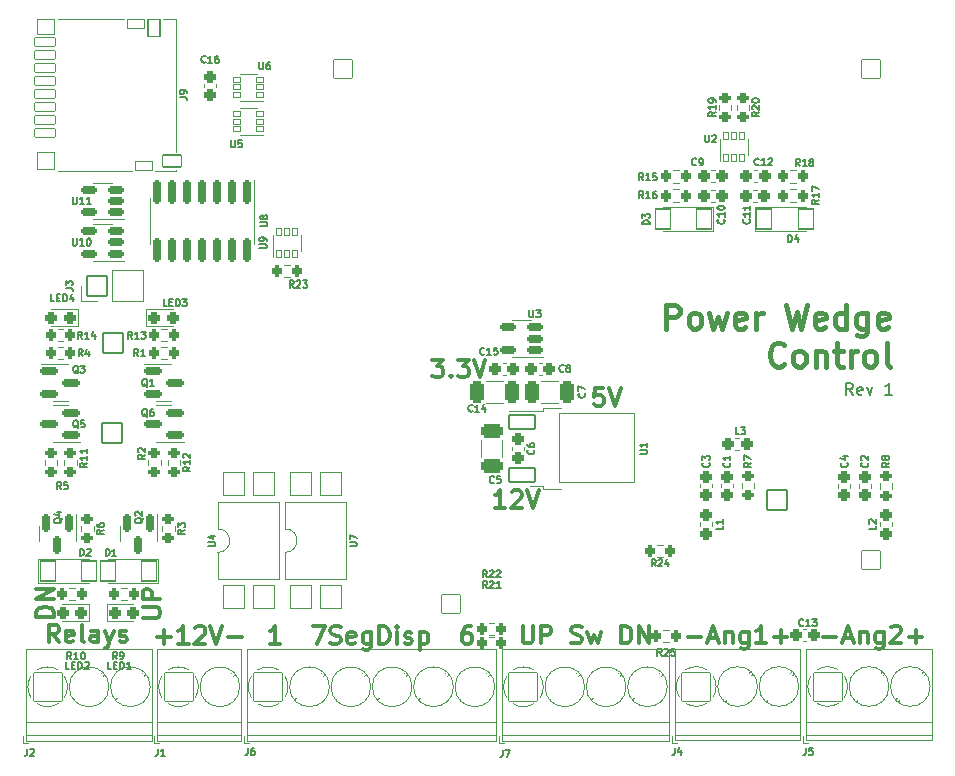
<source format=gto>
%TF.GenerationSoftware,KiCad,Pcbnew,(6.0.1-0)*%
%TF.CreationDate,2022-02-06T09:10:27-08:00*%
%TF.ProjectId,power-wedge-control,706f7765-722d-4776-9564-67652d636f6e,1*%
%TF.SameCoordinates,Original*%
%TF.FileFunction,Legend,Top*%
%TF.FilePolarity,Positive*%
%FSLAX46Y46*%
G04 Gerber Fmt 4.6, Leading zero omitted, Abs format (unit mm)*
G04 Created by KiCad (PCBNEW (6.0.1-0)) date 2022-02-06 09:10:27*
%MOMM*%
%LPD*%
G01*
G04 APERTURE LIST*
G04 Aperture macros list*
%AMRoundRect*
0 Rectangle with rounded corners*
0 $1 Rounding radius*
0 $2 $3 $4 $5 $6 $7 $8 $9 X,Y pos of 4 corners*
0 Add a 4 corners polygon primitive as box body*
4,1,4,$2,$3,$4,$5,$6,$7,$8,$9,$2,$3,0*
0 Add four circle primitives for the rounded corners*
1,1,$1+$1,$2,$3*
1,1,$1+$1,$4,$5*
1,1,$1+$1,$6,$7*
1,1,$1+$1,$8,$9*
0 Add four rect primitives between the rounded corners*
20,1,$1+$1,$2,$3,$4,$5,0*
20,1,$1+$1,$4,$5,$6,$7,0*
20,1,$1+$1,$6,$7,$8,$9,0*
20,1,$1+$1,$8,$9,$2,$3,0*%
G04 Aperture macros list end*
%ADD10C,0.300000*%
%ADD11C,0.200000*%
%ADD12C,0.400000*%
%ADD13C,0.150000*%
%ADD14C,0.120000*%
%ADD15RoundRect,0.050800X-1.200000X-1.200000X1.200000X-1.200000X1.200000X1.200000X-1.200000X1.200000X0*%
%ADD16C,2.501600*%
%ADD17RoundRect,0.050800X0.850000X-0.850000X0.850000X0.850000X-0.850000X0.850000X-0.850000X-0.850000X0*%
%ADD18O,1.801600X1.801600*%
%ADD19RoundRect,0.200800X-0.587500X-0.150000X0.587500X-0.150000X0.587500X0.150000X-0.587500X0.150000X0*%
%ADD20RoundRect,0.200800X-0.150000X0.587500X-0.150000X-0.587500X0.150000X-0.587500X0.150000X0.587500X0*%
%ADD21RoundRect,0.250800X0.275000X-0.200000X0.275000X0.200000X-0.275000X0.200000X-0.275000X-0.200000X0*%
%ADD22RoundRect,0.250800X-0.275000X0.200000X-0.275000X-0.200000X0.275000X-0.200000X0.275000X0.200000X0*%
%ADD23RoundRect,0.050800X0.650000X0.850000X-0.650000X0.850000X-0.650000X-0.850000X0.650000X-0.850000X0*%
%ADD24RoundRect,0.050800X-0.650000X-0.850000X0.650000X-0.850000X0.650000X0.850000X-0.650000X0.850000X0*%
%ADD25RoundRect,0.250800X-0.200000X-0.275000X0.200000X-0.275000X0.200000X0.275000X-0.200000X0.275000X0*%
%ADD26RoundRect,0.250800X0.200000X0.275000X-0.200000X0.275000X-0.200000X-0.275000X0.200000X-0.275000X0*%
%ADD27RoundRect,0.275800X0.250000X-0.225000X0.250000X0.225000X-0.250000X0.225000X-0.250000X-0.225000X0*%
%ADD28RoundRect,0.269550X0.256250X-0.218750X0.256250X0.218750X-0.256250X0.218750X-0.256250X-0.218750X0*%
%ADD29RoundRect,0.275800X-0.225000X-0.250000X0.225000X-0.250000X0.225000X0.250000X-0.225000X0.250000X0*%
%ADD30RoundRect,0.200800X0.512500X0.150000X-0.512500X0.150000X-0.512500X-0.150000X0.512500X-0.150000X0*%
%ADD31RoundRect,0.275800X0.225000X0.250000X-0.225000X0.250000X-0.225000X-0.250000X0.225000X-0.250000X0*%
%ADD32RoundRect,0.300800X-0.325000X-0.650000X0.325000X-0.650000X0.325000X0.650000X-0.325000X0.650000X0*%
%ADD33RoundRect,0.269550X-0.218750X-0.256250X0.218750X-0.256250X0.218750X0.256250X-0.218750X0.256250X0*%
%ADD34RoundRect,0.050800X-1.100000X-0.600000X1.100000X-0.600000X1.100000X0.600000X-1.100000X0.600000X0*%
%ADD35RoundRect,0.050800X-3.200000X-2.900000X3.200000X-2.900000X3.200000X2.900000X-3.200000X2.900000X0*%
%ADD36RoundRect,0.200800X0.587500X0.150000X-0.587500X0.150000X-0.587500X-0.150000X0.587500X-0.150000X0*%
%ADD37RoundRect,0.050800X0.890000X-1.000000X0.890000X1.000000X-0.890000X1.000000X-0.890000X-1.000000X0*%
%ADD38RoundRect,0.050800X0.325000X0.200000X-0.325000X0.200000X-0.325000X-0.200000X0.325000X-0.200000X0*%
%ADD39RoundRect,0.050800X-0.875000X0.350000X-0.875000X-0.350000X0.875000X-0.350000X0.875000X0.350000X0*%
%ADD40RoundRect,0.050800X-0.500000X0.725000X-0.500000X-0.725000X0.500000X-0.725000X0.500000X0.725000X0*%
%ADD41RoundRect,0.050800X-0.775000X0.500000X-0.775000X-0.500000X0.775000X-0.500000X0.775000X0.500000X0*%
%ADD42RoundRect,0.050800X-0.750000X0.750000X-0.750000X-0.750000X0.750000X-0.750000X0.750000X0.750000X0*%
%ADD43RoundRect,0.050800X-0.750000X0.400000X-0.750000X-0.400000X0.750000X-0.400000X0.750000X0.400000X0*%
%ADD44RoundRect,0.050800X-0.750000X0.650000X-0.750000X-0.650000X0.750000X-0.650000X0.750000X0.650000X0*%
%ADD45RoundRect,0.050800X-0.700000X0.400000X-0.700000X-0.400000X0.700000X-0.400000X0.700000X0.400000X0*%
%ADD46RoundRect,0.200800X-0.150000X0.825000X-0.150000X-0.825000X0.150000X-0.825000X0.150000X0.825000X0*%
%ADD47RoundRect,0.269550X0.218750X0.256250X-0.218750X0.256250X-0.218750X-0.256250X0.218750X-0.256250X0*%
%ADD48RoundRect,0.300800X0.325000X0.650000X-0.325000X0.650000X-0.325000X-0.650000X0.325000X-0.650000X0*%
%ADD49RoundRect,0.300800X0.650000X-0.325000X0.650000X0.325000X-0.650000X0.325000X-0.650000X-0.325000X0*%
%ADD50RoundRect,0.050800X0.200000X-0.325000X0.200000X0.325000X-0.200000X0.325000X-0.200000X-0.325000X0*%
%ADD51C,1.601600*%
%ADD52RoundRect,0.050800X-0.800000X0.800000X-0.800000X-0.800000X0.800000X-0.800000X0.800000X0.800000X0*%
%ADD53C,1.701600*%
%ADD54O,1.701600X1.701600*%
%ADD55RoundRect,0.050800X0.850000X0.850000X-0.850000X0.850000X-0.850000X-0.850000X0.850000X-0.850000X0*%
%ADD56RoundRect,0.050800X-0.850000X-0.850000X0.850000X-0.850000X0.850000X0.850000X-0.850000X0.850000X0*%
%ADD57RoundRect,0.050800X0.800000X-0.800000X0.800000X0.800000X-0.800000X0.800000X-0.800000X-0.800000X0*%
G04 APERTURE END LIST*
D10*
X116775228Y-130888971D02*
X116275228Y-130174685D01*
X115918085Y-130888971D02*
X115918085Y-129388971D01*
X116489514Y-129388971D01*
X116632371Y-129460400D01*
X116703800Y-129531828D01*
X116775228Y-129674685D01*
X116775228Y-129888971D01*
X116703800Y-130031828D01*
X116632371Y-130103257D01*
X116489514Y-130174685D01*
X115918085Y-130174685D01*
X117989514Y-130817542D02*
X117846657Y-130888971D01*
X117560942Y-130888971D01*
X117418085Y-130817542D01*
X117346657Y-130674685D01*
X117346657Y-130103257D01*
X117418085Y-129960400D01*
X117560942Y-129888971D01*
X117846657Y-129888971D01*
X117989514Y-129960400D01*
X118060942Y-130103257D01*
X118060942Y-130246114D01*
X117346657Y-130388971D01*
X118918085Y-130888971D02*
X118775228Y-130817542D01*
X118703800Y-130674685D01*
X118703800Y-129388971D01*
X120132371Y-130888971D02*
X120132371Y-130103257D01*
X120060942Y-129960400D01*
X119918085Y-129888971D01*
X119632371Y-129888971D01*
X119489514Y-129960400D01*
X120132371Y-130817542D02*
X119989514Y-130888971D01*
X119632371Y-130888971D01*
X119489514Y-130817542D01*
X119418085Y-130674685D01*
X119418085Y-130531828D01*
X119489514Y-130388971D01*
X119632371Y-130317542D01*
X119989514Y-130317542D01*
X120132371Y-130246114D01*
X120703800Y-129888971D02*
X121060942Y-130888971D01*
X121418085Y-129888971D02*
X121060942Y-130888971D01*
X120918085Y-131246114D01*
X120846657Y-131317542D01*
X120703800Y-131388971D01*
X121918085Y-130817542D02*
X122060942Y-130888971D01*
X122346657Y-130888971D01*
X122489514Y-130817542D01*
X122560942Y-130674685D01*
X122560942Y-130603257D01*
X122489514Y-130460400D01*
X122346657Y-130388971D01*
X122132371Y-130388971D01*
X121989514Y-130317542D01*
X121918085Y-130174685D01*
X121918085Y-130103257D01*
X121989514Y-129960400D01*
X122132371Y-129888971D01*
X122346657Y-129888971D01*
X122489514Y-129960400D01*
X125115371Y-130444542D02*
X126258228Y-130444542D01*
X125686800Y-131015971D02*
X125686800Y-129873114D01*
X127758228Y-131015971D02*
X126901085Y-131015971D01*
X127329657Y-131015971D02*
X127329657Y-129515971D01*
X127186800Y-129730257D01*
X127043942Y-129873114D01*
X126901085Y-129944542D01*
X128329657Y-129658828D02*
X128401085Y-129587400D01*
X128543942Y-129515971D01*
X128901085Y-129515971D01*
X129043942Y-129587400D01*
X129115371Y-129658828D01*
X129186800Y-129801685D01*
X129186800Y-129944542D01*
X129115371Y-130158828D01*
X128258228Y-131015971D01*
X129186800Y-131015971D01*
X129615371Y-129515971D02*
X130115371Y-131015971D01*
X130615371Y-129515971D01*
X131115371Y-130444542D02*
X132258228Y-130444542D01*
X162866228Y-109386571D02*
X162151942Y-109386571D01*
X162080514Y-110100857D01*
X162151942Y-110029428D01*
X162294800Y-109958000D01*
X162651942Y-109958000D01*
X162794800Y-110029428D01*
X162866228Y-110100857D01*
X162937657Y-110243714D01*
X162937657Y-110600857D01*
X162866228Y-110743714D01*
X162794800Y-110815142D01*
X162651942Y-110886571D01*
X162294800Y-110886571D01*
X162151942Y-110815142D01*
X162080514Y-110743714D01*
X163366228Y-109386571D02*
X163866228Y-110886571D01*
X164366228Y-109386571D01*
X154555657Y-119522571D02*
X153698514Y-119522571D01*
X154127085Y-119522571D02*
X154127085Y-118022571D01*
X153984228Y-118236857D01*
X153841371Y-118379714D01*
X153698514Y-118451142D01*
X155127085Y-118165428D02*
X155198514Y-118094000D01*
X155341371Y-118022571D01*
X155698514Y-118022571D01*
X155841371Y-118094000D01*
X155912800Y-118165428D01*
X155984228Y-118308285D01*
X155984228Y-118451142D01*
X155912800Y-118665428D01*
X155055657Y-119522571D01*
X155984228Y-119522571D01*
X156412800Y-118022571D02*
X156912800Y-119522571D01*
X157412800Y-118022571D01*
X181459714Y-130409142D02*
X182602571Y-130409142D01*
X183245428Y-130552000D02*
X183959714Y-130552000D01*
X183102571Y-130980571D02*
X183602571Y-129480571D01*
X184102571Y-130980571D01*
X184602571Y-129980571D02*
X184602571Y-130980571D01*
X184602571Y-130123428D02*
X184674000Y-130052000D01*
X184816857Y-129980571D01*
X185031142Y-129980571D01*
X185174000Y-130052000D01*
X185245428Y-130194857D01*
X185245428Y-130980571D01*
X186602571Y-129980571D02*
X186602571Y-131194857D01*
X186531142Y-131337714D01*
X186459714Y-131409142D01*
X186316857Y-131480571D01*
X186102571Y-131480571D01*
X185959714Y-131409142D01*
X186602571Y-130909142D02*
X186459714Y-130980571D01*
X186174000Y-130980571D01*
X186031142Y-130909142D01*
X185959714Y-130837714D01*
X185888285Y-130694857D01*
X185888285Y-130266285D01*
X185959714Y-130123428D01*
X186031142Y-130052000D01*
X186174000Y-129980571D01*
X186459714Y-129980571D01*
X186602571Y-130052000D01*
X187245428Y-129623428D02*
X187316857Y-129552000D01*
X187459714Y-129480571D01*
X187816857Y-129480571D01*
X187959714Y-129552000D01*
X188031142Y-129623428D01*
X188102571Y-129766285D01*
X188102571Y-129909142D01*
X188031142Y-130123428D01*
X187174000Y-130980571D01*
X188102571Y-130980571D01*
X188745428Y-130409142D02*
X189888285Y-130409142D01*
X189316857Y-130980571D02*
X189316857Y-129837714D01*
X135490914Y-131031371D02*
X134633771Y-131031371D01*
X135062342Y-131031371D02*
X135062342Y-129531371D01*
X134919485Y-129745657D01*
X134776628Y-129888514D01*
X134633771Y-129959942D01*
X138276628Y-129531371D02*
X139276628Y-129531371D01*
X138633771Y-131031371D01*
X139776628Y-130959942D02*
X139990914Y-131031371D01*
X140348057Y-131031371D01*
X140490914Y-130959942D01*
X140562342Y-130888514D01*
X140633771Y-130745657D01*
X140633771Y-130602800D01*
X140562342Y-130459942D01*
X140490914Y-130388514D01*
X140348057Y-130317085D01*
X140062342Y-130245657D01*
X139919485Y-130174228D01*
X139848057Y-130102800D01*
X139776628Y-129959942D01*
X139776628Y-129817085D01*
X139848057Y-129674228D01*
X139919485Y-129602800D01*
X140062342Y-129531371D01*
X140419485Y-129531371D01*
X140633771Y-129602800D01*
X141848057Y-130959942D02*
X141705200Y-131031371D01*
X141419485Y-131031371D01*
X141276628Y-130959942D01*
X141205200Y-130817085D01*
X141205200Y-130245657D01*
X141276628Y-130102800D01*
X141419485Y-130031371D01*
X141705200Y-130031371D01*
X141848057Y-130102800D01*
X141919485Y-130245657D01*
X141919485Y-130388514D01*
X141205200Y-130531371D01*
X143205200Y-130031371D02*
X143205200Y-131245657D01*
X143133771Y-131388514D01*
X143062342Y-131459942D01*
X142919485Y-131531371D01*
X142705200Y-131531371D01*
X142562342Y-131459942D01*
X143205200Y-130959942D02*
X143062342Y-131031371D01*
X142776628Y-131031371D01*
X142633771Y-130959942D01*
X142562342Y-130888514D01*
X142490914Y-130745657D01*
X142490914Y-130317085D01*
X142562342Y-130174228D01*
X142633771Y-130102800D01*
X142776628Y-130031371D01*
X143062342Y-130031371D01*
X143205200Y-130102800D01*
X143919485Y-131031371D02*
X143919485Y-129531371D01*
X144276628Y-129531371D01*
X144490914Y-129602800D01*
X144633771Y-129745657D01*
X144705200Y-129888514D01*
X144776628Y-130174228D01*
X144776628Y-130388514D01*
X144705200Y-130674228D01*
X144633771Y-130817085D01*
X144490914Y-130959942D01*
X144276628Y-131031371D01*
X143919485Y-131031371D01*
X145419485Y-131031371D02*
X145419485Y-130031371D01*
X145419485Y-129531371D02*
X145348057Y-129602800D01*
X145419485Y-129674228D01*
X145490914Y-129602800D01*
X145419485Y-129531371D01*
X145419485Y-129674228D01*
X146062342Y-130959942D02*
X146205200Y-131031371D01*
X146490914Y-131031371D01*
X146633771Y-130959942D01*
X146705200Y-130817085D01*
X146705200Y-130745657D01*
X146633771Y-130602800D01*
X146490914Y-130531371D01*
X146276628Y-130531371D01*
X146133771Y-130459942D01*
X146062342Y-130317085D01*
X146062342Y-130245657D01*
X146133771Y-130102800D01*
X146276628Y-130031371D01*
X146490914Y-130031371D01*
X146633771Y-130102800D01*
X147348057Y-130031371D02*
X147348057Y-131531371D01*
X147348057Y-130102800D02*
X147490914Y-130031371D01*
X147776628Y-130031371D01*
X147919485Y-130102800D01*
X147990914Y-130174228D01*
X148062342Y-130317085D01*
X148062342Y-130745657D01*
X147990914Y-130888514D01*
X147919485Y-130959942D01*
X147776628Y-131031371D01*
X147490914Y-131031371D01*
X147348057Y-130959942D01*
X151633771Y-129531371D02*
X151348057Y-129531371D01*
X151205200Y-129602800D01*
X151133771Y-129674228D01*
X150990914Y-129888514D01*
X150919485Y-130174228D01*
X150919485Y-130745657D01*
X150990914Y-130888514D01*
X151062342Y-130959942D01*
X151205200Y-131031371D01*
X151490914Y-131031371D01*
X151633771Y-130959942D01*
X151705200Y-130888514D01*
X151776628Y-130745657D01*
X151776628Y-130388514D01*
X151705200Y-130245657D01*
X151633771Y-130174228D01*
X151490914Y-130102800D01*
X151205200Y-130102800D01*
X151062342Y-130174228D01*
X150990914Y-130245657D01*
X150919485Y-130388514D01*
X116371371Y-128737371D02*
X114871371Y-128737371D01*
X114871371Y-128380228D01*
X114942800Y-128165942D01*
X115085657Y-128023085D01*
X115228514Y-127951657D01*
X115514228Y-127880228D01*
X115728514Y-127880228D01*
X116014228Y-127951657D01*
X116157085Y-128023085D01*
X116299942Y-128165942D01*
X116371371Y-128380228D01*
X116371371Y-128737371D01*
X116371371Y-127237371D02*
X114871371Y-127237371D01*
X116371371Y-126380228D01*
X114871371Y-126380228D01*
X156034457Y-129480571D02*
X156034457Y-130694857D01*
X156105885Y-130837714D01*
X156177314Y-130909142D01*
X156320171Y-130980571D01*
X156605885Y-130980571D01*
X156748742Y-130909142D01*
X156820171Y-130837714D01*
X156891600Y-130694857D01*
X156891600Y-129480571D01*
X157605885Y-130980571D02*
X157605885Y-129480571D01*
X158177314Y-129480571D01*
X158320171Y-129552000D01*
X158391600Y-129623428D01*
X158463028Y-129766285D01*
X158463028Y-129980571D01*
X158391600Y-130123428D01*
X158320171Y-130194857D01*
X158177314Y-130266285D01*
X157605885Y-130266285D01*
X160177314Y-130909142D02*
X160391600Y-130980571D01*
X160748742Y-130980571D01*
X160891600Y-130909142D01*
X160963028Y-130837714D01*
X161034457Y-130694857D01*
X161034457Y-130552000D01*
X160963028Y-130409142D01*
X160891600Y-130337714D01*
X160748742Y-130266285D01*
X160463028Y-130194857D01*
X160320171Y-130123428D01*
X160248742Y-130052000D01*
X160177314Y-129909142D01*
X160177314Y-129766285D01*
X160248742Y-129623428D01*
X160320171Y-129552000D01*
X160463028Y-129480571D01*
X160820171Y-129480571D01*
X161034457Y-129552000D01*
X161534457Y-129980571D02*
X161820171Y-130980571D01*
X162105885Y-130266285D01*
X162391600Y-130980571D01*
X162677314Y-129980571D01*
X164391600Y-130980571D02*
X164391600Y-129480571D01*
X164748742Y-129480571D01*
X164963028Y-129552000D01*
X165105885Y-129694857D01*
X165177314Y-129837714D01*
X165248742Y-130123428D01*
X165248742Y-130337714D01*
X165177314Y-130623428D01*
X165105885Y-130766285D01*
X164963028Y-130909142D01*
X164748742Y-130980571D01*
X164391600Y-130980571D01*
X165891600Y-130980571D02*
X165891600Y-129480571D01*
X166748742Y-130980571D01*
X166748742Y-129480571D01*
X170029714Y-130409142D02*
X171172571Y-130409142D01*
X171815428Y-130552000D02*
X172529714Y-130552000D01*
X171672571Y-130980571D02*
X172172571Y-129480571D01*
X172672571Y-130980571D01*
X173172571Y-129980571D02*
X173172571Y-130980571D01*
X173172571Y-130123428D02*
X173244000Y-130052000D01*
X173386857Y-129980571D01*
X173601142Y-129980571D01*
X173744000Y-130052000D01*
X173815428Y-130194857D01*
X173815428Y-130980571D01*
X175172571Y-129980571D02*
X175172571Y-131194857D01*
X175101142Y-131337714D01*
X175029714Y-131409142D01*
X174886857Y-131480571D01*
X174672571Y-131480571D01*
X174529714Y-131409142D01*
X175172571Y-130909142D02*
X175029714Y-130980571D01*
X174744000Y-130980571D01*
X174601142Y-130909142D01*
X174529714Y-130837714D01*
X174458285Y-130694857D01*
X174458285Y-130266285D01*
X174529714Y-130123428D01*
X174601142Y-130052000D01*
X174744000Y-129980571D01*
X175029714Y-129980571D01*
X175172571Y-130052000D01*
X176672571Y-130980571D02*
X175815428Y-130980571D01*
X176244000Y-130980571D02*
X176244000Y-129480571D01*
X176101142Y-129694857D01*
X175958285Y-129837714D01*
X175815428Y-129909142D01*
X177315428Y-130409142D02*
X178458285Y-130409142D01*
X177886857Y-130980571D02*
X177886857Y-129837714D01*
D11*
X183984190Y-109933380D02*
X183650857Y-109457190D01*
X183412761Y-109933380D02*
X183412761Y-108933380D01*
X183793714Y-108933380D01*
X183888952Y-108981000D01*
X183936571Y-109028619D01*
X183984190Y-109123857D01*
X183984190Y-109266714D01*
X183936571Y-109361952D01*
X183888952Y-109409571D01*
X183793714Y-109457190D01*
X183412761Y-109457190D01*
X184793714Y-109885761D02*
X184698476Y-109933380D01*
X184508000Y-109933380D01*
X184412761Y-109885761D01*
X184365142Y-109790523D01*
X184365142Y-109409571D01*
X184412761Y-109314333D01*
X184508000Y-109266714D01*
X184698476Y-109266714D01*
X184793714Y-109314333D01*
X184841333Y-109409571D01*
X184841333Y-109504809D01*
X184365142Y-109600047D01*
X185174666Y-109266714D02*
X185412761Y-109933380D01*
X185650857Y-109266714D01*
X187317523Y-109933380D02*
X186746095Y-109933380D01*
X187031809Y-109933380D02*
X187031809Y-108933380D01*
X186936571Y-109076238D01*
X186841333Y-109171476D01*
X186746095Y-109219095D01*
D12*
X168189904Y-104325761D02*
X168189904Y-102325761D01*
X168951809Y-102325761D01*
X169142285Y-102421000D01*
X169237523Y-102516238D01*
X169332761Y-102706714D01*
X169332761Y-102992428D01*
X169237523Y-103182904D01*
X169142285Y-103278142D01*
X168951809Y-103373380D01*
X168189904Y-103373380D01*
X170475619Y-104325761D02*
X170285142Y-104230523D01*
X170189904Y-104135285D01*
X170094666Y-103944809D01*
X170094666Y-103373380D01*
X170189904Y-103182904D01*
X170285142Y-103087666D01*
X170475619Y-102992428D01*
X170761333Y-102992428D01*
X170951809Y-103087666D01*
X171047047Y-103182904D01*
X171142285Y-103373380D01*
X171142285Y-103944809D01*
X171047047Y-104135285D01*
X170951809Y-104230523D01*
X170761333Y-104325761D01*
X170475619Y-104325761D01*
X171808952Y-102992428D02*
X172189904Y-104325761D01*
X172570857Y-103373380D01*
X172951809Y-104325761D01*
X173332761Y-102992428D01*
X174856571Y-104230523D02*
X174666095Y-104325761D01*
X174285142Y-104325761D01*
X174094666Y-104230523D01*
X173999428Y-104040047D01*
X173999428Y-103278142D01*
X174094666Y-103087666D01*
X174285142Y-102992428D01*
X174666095Y-102992428D01*
X174856571Y-103087666D01*
X174951809Y-103278142D01*
X174951809Y-103468619D01*
X173999428Y-103659095D01*
X175808952Y-104325761D02*
X175808952Y-102992428D01*
X175808952Y-103373380D02*
X175904190Y-103182904D01*
X175999428Y-103087666D01*
X176189904Y-102992428D01*
X176380380Y-102992428D01*
X178380380Y-102325761D02*
X178856571Y-104325761D01*
X179237523Y-102897190D01*
X179618476Y-104325761D01*
X180094666Y-102325761D01*
X181618476Y-104230523D02*
X181427999Y-104325761D01*
X181047047Y-104325761D01*
X180856571Y-104230523D01*
X180761333Y-104040047D01*
X180761333Y-103278142D01*
X180856571Y-103087666D01*
X181047047Y-102992428D01*
X181427999Y-102992428D01*
X181618476Y-103087666D01*
X181713714Y-103278142D01*
X181713714Y-103468619D01*
X180761333Y-103659095D01*
X183427999Y-104325761D02*
X183427999Y-102325761D01*
X183427999Y-104230523D02*
X183237523Y-104325761D01*
X182856571Y-104325761D01*
X182666095Y-104230523D01*
X182570857Y-104135285D01*
X182475619Y-103944809D01*
X182475619Y-103373380D01*
X182570857Y-103182904D01*
X182666095Y-103087666D01*
X182856571Y-102992428D01*
X183237523Y-102992428D01*
X183427999Y-103087666D01*
X185237523Y-102992428D02*
X185237523Y-104611476D01*
X185142285Y-104801952D01*
X185047047Y-104897190D01*
X184856571Y-104992428D01*
X184570857Y-104992428D01*
X184380380Y-104897190D01*
X185237523Y-104230523D02*
X185047047Y-104325761D01*
X184666095Y-104325761D01*
X184475619Y-104230523D01*
X184380380Y-104135285D01*
X184285142Y-103944809D01*
X184285142Y-103373380D01*
X184380380Y-103182904D01*
X184475619Y-103087666D01*
X184666095Y-102992428D01*
X185047047Y-102992428D01*
X185237523Y-103087666D01*
X186951809Y-104230523D02*
X186761333Y-104325761D01*
X186380380Y-104325761D01*
X186189904Y-104230523D01*
X186094666Y-104040047D01*
X186094666Y-103278142D01*
X186189904Y-103087666D01*
X186380380Y-102992428D01*
X186761333Y-102992428D01*
X186951809Y-103087666D01*
X187047047Y-103278142D01*
X187047047Y-103468619D01*
X186094666Y-103659095D01*
X178189904Y-107355285D02*
X178094666Y-107450523D01*
X177808952Y-107545761D01*
X177618476Y-107545761D01*
X177332761Y-107450523D01*
X177142285Y-107260047D01*
X177047047Y-107069571D01*
X176951809Y-106688619D01*
X176951809Y-106402904D01*
X177047047Y-106021952D01*
X177142285Y-105831476D01*
X177332761Y-105641000D01*
X177618476Y-105545761D01*
X177808952Y-105545761D01*
X178094666Y-105641000D01*
X178189904Y-105736238D01*
X179332761Y-107545761D02*
X179142285Y-107450523D01*
X179047047Y-107355285D01*
X178951809Y-107164809D01*
X178951809Y-106593380D01*
X179047047Y-106402904D01*
X179142285Y-106307666D01*
X179332761Y-106212428D01*
X179618476Y-106212428D01*
X179808952Y-106307666D01*
X179904190Y-106402904D01*
X179999428Y-106593380D01*
X179999428Y-107164809D01*
X179904190Y-107355285D01*
X179808952Y-107450523D01*
X179618476Y-107545761D01*
X179332761Y-107545761D01*
X180856571Y-106212428D02*
X180856571Y-107545761D01*
X180856571Y-106402904D02*
X180951809Y-106307666D01*
X181142285Y-106212428D01*
X181428000Y-106212428D01*
X181618476Y-106307666D01*
X181713714Y-106498142D01*
X181713714Y-107545761D01*
X182380380Y-106212428D02*
X183142285Y-106212428D01*
X182666095Y-105545761D02*
X182666095Y-107260047D01*
X182761333Y-107450523D01*
X182951809Y-107545761D01*
X183142285Y-107545761D01*
X183808952Y-107545761D02*
X183808952Y-106212428D01*
X183808952Y-106593380D02*
X183904190Y-106402904D01*
X183999428Y-106307666D01*
X184189904Y-106212428D01*
X184380380Y-106212428D01*
X185332761Y-107545761D02*
X185142285Y-107450523D01*
X185047047Y-107355285D01*
X184951809Y-107164809D01*
X184951809Y-106593380D01*
X185047047Y-106402904D01*
X185142285Y-106307666D01*
X185332761Y-106212428D01*
X185618476Y-106212428D01*
X185808952Y-106307666D01*
X185904190Y-106402904D01*
X185999428Y-106593380D01*
X185999428Y-107164809D01*
X185904190Y-107355285D01*
X185808952Y-107450523D01*
X185618476Y-107545761D01*
X185332761Y-107545761D01*
X187142285Y-107545761D02*
X186951809Y-107450523D01*
X186856571Y-107260047D01*
X186856571Y-105545761D01*
D10*
X123862971Y-128788171D02*
X125077257Y-128788171D01*
X125220114Y-128716742D01*
X125291542Y-128645314D01*
X125362971Y-128502457D01*
X125362971Y-128216742D01*
X125291542Y-128073885D01*
X125220114Y-128002457D01*
X125077257Y-127931028D01*
X123862971Y-127931028D01*
X125362971Y-127216742D02*
X123862971Y-127216742D01*
X123862971Y-126645314D01*
X123934400Y-126502457D01*
X124005828Y-126431028D01*
X124148685Y-126359600D01*
X124362971Y-126359600D01*
X124505828Y-126431028D01*
X124577257Y-126502457D01*
X124648685Y-126645314D01*
X124648685Y-127216742D01*
X148394685Y-106948171D02*
X149323257Y-106948171D01*
X148823257Y-107519600D01*
X149037542Y-107519600D01*
X149180400Y-107591028D01*
X149251828Y-107662457D01*
X149323257Y-107805314D01*
X149323257Y-108162457D01*
X149251828Y-108305314D01*
X149180400Y-108376742D01*
X149037542Y-108448171D01*
X148608971Y-108448171D01*
X148466114Y-108376742D01*
X148394685Y-108305314D01*
X149966114Y-108305314D02*
X150037542Y-108376742D01*
X149966114Y-108448171D01*
X149894685Y-108376742D01*
X149966114Y-108305314D01*
X149966114Y-108448171D01*
X150537542Y-106948171D02*
X151466114Y-106948171D01*
X150966114Y-107519600D01*
X151180400Y-107519600D01*
X151323257Y-107591028D01*
X151394685Y-107662457D01*
X151466114Y-107805314D01*
X151466114Y-108162457D01*
X151394685Y-108305314D01*
X151323257Y-108376742D01*
X151180400Y-108448171D01*
X150751828Y-108448171D01*
X150608971Y-108376742D01*
X150537542Y-108305314D01*
X151894685Y-106948171D02*
X152394685Y-108448171D01*
X152894685Y-106948171D01*
D13*
%TO.C,J1*%
X125149000Y-139879428D02*
X125149000Y-140308000D01*
X125120428Y-140393714D01*
X125063285Y-140450857D01*
X124977571Y-140479428D01*
X124920428Y-140479428D01*
X125749000Y-140479428D02*
X125406142Y-140479428D01*
X125577571Y-140479428D02*
X125577571Y-139879428D01*
X125520428Y-139965142D01*
X125463285Y-140022285D01*
X125406142Y-140050857D01*
%TO.C,J2*%
X114100000Y-139879428D02*
X114100000Y-140308000D01*
X114071428Y-140393714D01*
X114014285Y-140450857D01*
X113928571Y-140479428D01*
X113871428Y-140479428D01*
X114357142Y-139936571D02*
X114385714Y-139908000D01*
X114442857Y-139879428D01*
X114585714Y-139879428D01*
X114642857Y-139908000D01*
X114671428Y-139936571D01*
X114700000Y-139993714D01*
X114700000Y-140050857D01*
X114671428Y-140136571D01*
X114328571Y-140479428D01*
X114700000Y-140479428D01*
%TO.C,J3*%
X117341428Y-100900000D02*
X117770000Y-100900000D01*
X117855714Y-100928571D01*
X117912857Y-100985714D01*
X117941428Y-101071428D01*
X117941428Y-101128571D01*
X117341428Y-100671428D02*
X117341428Y-100300000D01*
X117570000Y-100500000D01*
X117570000Y-100414285D01*
X117598571Y-100357142D01*
X117627142Y-100328571D01*
X117684285Y-100300000D01*
X117827142Y-100300000D01*
X117884285Y-100328571D01*
X117912857Y-100357142D01*
X117941428Y-100414285D01*
X117941428Y-100585714D01*
X117912857Y-100642857D01*
X117884285Y-100671428D01*
%TO.C,Q1*%
X124271657Y-109243771D02*
X124214514Y-109215200D01*
X124157371Y-109158057D01*
X124071657Y-109072342D01*
X124014514Y-109043771D01*
X123957371Y-109043771D01*
X123985942Y-109186628D02*
X123928800Y-109158057D01*
X123871657Y-109100914D01*
X123843085Y-108986628D01*
X123843085Y-108786628D01*
X123871657Y-108672342D01*
X123928800Y-108615200D01*
X123985942Y-108586628D01*
X124100228Y-108586628D01*
X124157371Y-108615200D01*
X124214514Y-108672342D01*
X124243085Y-108786628D01*
X124243085Y-108986628D01*
X124214514Y-109100914D01*
X124157371Y-109158057D01*
X124100228Y-109186628D01*
X123985942Y-109186628D01*
X124814514Y-109186628D02*
X124471657Y-109186628D01*
X124643085Y-109186628D02*
X124643085Y-108586628D01*
X124585942Y-108672342D01*
X124528800Y-108729485D01*
X124471657Y-108758057D01*
%TO.C,Q2*%
X123895371Y-120351542D02*
X123866800Y-120408685D01*
X123809657Y-120465828D01*
X123723942Y-120551542D01*
X123695371Y-120608685D01*
X123695371Y-120665828D01*
X123838228Y-120637257D02*
X123809657Y-120694400D01*
X123752514Y-120751542D01*
X123638228Y-120780114D01*
X123438228Y-120780114D01*
X123323942Y-120751542D01*
X123266800Y-120694400D01*
X123238228Y-120637257D01*
X123238228Y-120522971D01*
X123266800Y-120465828D01*
X123323942Y-120408685D01*
X123438228Y-120380114D01*
X123638228Y-120380114D01*
X123752514Y-120408685D01*
X123809657Y-120465828D01*
X123838228Y-120522971D01*
X123838228Y-120637257D01*
X123295371Y-120151542D02*
X123266800Y-120122971D01*
X123238228Y-120065828D01*
X123238228Y-119922971D01*
X123266800Y-119865828D01*
X123295371Y-119837257D01*
X123352514Y-119808685D01*
X123409657Y-119808685D01*
X123495371Y-119837257D01*
X123838228Y-120180114D01*
X123838228Y-119808685D01*
%TO.C,Q4*%
X117037371Y-120351542D02*
X117008800Y-120408685D01*
X116951657Y-120465828D01*
X116865942Y-120551542D01*
X116837371Y-120608685D01*
X116837371Y-120665828D01*
X116980228Y-120637257D02*
X116951657Y-120694400D01*
X116894514Y-120751542D01*
X116780228Y-120780114D01*
X116580228Y-120780114D01*
X116465942Y-120751542D01*
X116408800Y-120694400D01*
X116380228Y-120637257D01*
X116380228Y-120522971D01*
X116408800Y-120465828D01*
X116465942Y-120408685D01*
X116580228Y-120380114D01*
X116780228Y-120380114D01*
X116894514Y-120408685D01*
X116951657Y-120465828D01*
X116980228Y-120522971D01*
X116980228Y-120637257D01*
X116580228Y-119865828D02*
X116980228Y-119865828D01*
X116351657Y-120008685D02*
X116780228Y-120151542D01*
X116780228Y-119780114D01*
%TO.C,R2*%
X124092228Y-115009600D02*
X123806514Y-115209600D01*
X124092228Y-115352457D02*
X123492228Y-115352457D01*
X123492228Y-115123885D01*
X123520800Y-115066742D01*
X123549371Y-115038171D01*
X123606514Y-115009600D01*
X123692228Y-115009600D01*
X123749371Y-115038171D01*
X123777942Y-115066742D01*
X123806514Y-115123885D01*
X123806514Y-115352457D01*
X123549371Y-114781028D02*
X123520800Y-114752457D01*
X123492228Y-114695314D01*
X123492228Y-114552457D01*
X123520800Y-114495314D01*
X123549371Y-114466742D01*
X123606514Y-114438171D01*
X123663657Y-114438171D01*
X123749371Y-114466742D01*
X124092228Y-114809600D01*
X124092228Y-114438171D01*
%TO.C,R3*%
X127445028Y-121359600D02*
X127159314Y-121559600D01*
X127445028Y-121702457D02*
X126845028Y-121702457D01*
X126845028Y-121473885D01*
X126873600Y-121416742D01*
X126902171Y-121388171D01*
X126959314Y-121359600D01*
X127045028Y-121359600D01*
X127102171Y-121388171D01*
X127130742Y-121416742D01*
X127159314Y-121473885D01*
X127159314Y-121702457D01*
X126845028Y-121159600D02*
X126845028Y-120788171D01*
X127073600Y-120988171D01*
X127073600Y-120902457D01*
X127102171Y-120845314D01*
X127130742Y-120816742D01*
X127187885Y-120788171D01*
X127330742Y-120788171D01*
X127387885Y-120816742D01*
X127416457Y-120845314D01*
X127445028Y-120902457D01*
X127445028Y-121073885D01*
X127416457Y-121131028D01*
X127387885Y-121159600D01*
%TO.C,R5*%
X116964400Y-117924228D02*
X116764400Y-117638514D01*
X116621542Y-117924228D02*
X116621542Y-117324228D01*
X116850114Y-117324228D01*
X116907257Y-117352800D01*
X116935828Y-117381371D01*
X116964400Y-117438514D01*
X116964400Y-117524228D01*
X116935828Y-117581371D01*
X116907257Y-117609942D01*
X116850114Y-117638514D01*
X116621542Y-117638514D01*
X117507257Y-117324228D02*
X117221542Y-117324228D01*
X117192971Y-117609942D01*
X117221542Y-117581371D01*
X117278685Y-117552800D01*
X117421542Y-117552800D01*
X117478685Y-117581371D01*
X117507257Y-117609942D01*
X117535828Y-117667085D01*
X117535828Y-117809942D01*
X117507257Y-117867085D01*
X117478685Y-117895657D01*
X117421542Y-117924228D01*
X117278685Y-117924228D01*
X117221542Y-117895657D01*
X117192971Y-117867085D01*
%TO.C,D1*%
X120736342Y-123563028D02*
X120736342Y-122963028D01*
X120879200Y-122963028D01*
X120964914Y-122991600D01*
X121022057Y-123048742D01*
X121050628Y-123105885D01*
X121079200Y-123220171D01*
X121079200Y-123305885D01*
X121050628Y-123420171D01*
X121022057Y-123477314D01*
X120964914Y-123534457D01*
X120879200Y-123563028D01*
X120736342Y-123563028D01*
X121650628Y-123563028D02*
X121307771Y-123563028D01*
X121479200Y-123563028D02*
X121479200Y-122963028D01*
X121422057Y-123048742D01*
X121364914Y-123105885D01*
X121307771Y-123134457D01*
%TO.C,D2*%
X118551942Y-123563028D02*
X118551942Y-122963028D01*
X118694800Y-122963028D01*
X118780514Y-122991600D01*
X118837657Y-123048742D01*
X118866228Y-123105885D01*
X118894800Y-123220171D01*
X118894800Y-123305885D01*
X118866228Y-123420171D01*
X118837657Y-123477314D01*
X118780514Y-123534457D01*
X118694800Y-123563028D01*
X118551942Y-123563028D01*
X119123371Y-123020171D02*
X119151942Y-122991600D01*
X119209085Y-122963028D01*
X119351942Y-122963028D01*
X119409085Y-122991600D01*
X119437657Y-123020171D01*
X119466228Y-123077314D01*
X119466228Y-123134457D01*
X119437657Y-123220171D01*
X119094800Y-123563028D01*
X119466228Y-123563028D01*
%TO.C,Q3*%
X118429657Y-108126171D02*
X118372514Y-108097600D01*
X118315371Y-108040457D01*
X118229657Y-107954742D01*
X118172514Y-107926171D01*
X118115371Y-107926171D01*
X118143942Y-108069028D02*
X118086800Y-108040457D01*
X118029657Y-107983314D01*
X118001085Y-107869028D01*
X118001085Y-107669028D01*
X118029657Y-107554742D01*
X118086800Y-107497600D01*
X118143942Y-107469028D01*
X118258228Y-107469028D01*
X118315371Y-107497600D01*
X118372514Y-107554742D01*
X118401085Y-107669028D01*
X118401085Y-107869028D01*
X118372514Y-107983314D01*
X118315371Y-108040457D01*
X118258228Y-108069028D01*
X118143942Y-108069028D01*
X118601085Y-107469028D02*
X118972514Y-107469028D01*
X118772514Y-107697600D01*
X118858228Y-107697600D01*
X118915371Y-107726171D01*
X118943942Y-107754742D01*
X118972514Y-107811885D01*
X118972514Y-107954742D01*
X118943942Y-108011885D01*
X118915371Y-108040457D01*
X118858228Y-108069028D01*
X118686800Y-108069028D01*
X118629657Y-108040457D01*
X118601085Y-108011885D01*
%TO.C,R6*%
X120587028Y-121359600D02*
X120301314Y-121559600D01*
X120587028Y-121702457D02*
X119987028Y-121702457D01*
X119987028Y-121473885D01*
X120015600Y-121416742D01*
X120044171Y-121388171D01*
X120101314Y-121359600D01*
X120187028Y-121359600D01*
X120244171Y-121388171D01*
X120272742Y-121416742D01*
X120301314Y-121473885D01*
X120301314Y-121702457D01*
X119987028Y-120845314D02*
X119987028Y-120959600D01*
X120015600Y-121016742D01*
X120044171Y-121045314D01*
X120129885Y-121102457D01*
X120244171Y-121131028D01*
X120472742Y-121131028D01*
X120529885Y-121102457D01*
X120558457Y-121073885D01*
X120587028Y-121016742D01*
X120587028Y-120902457D01*
X120558457Y-120845314D01*
X120529885Y-120816742D01*
X120472742Y-120788171D01*
X120329885Y-120788171D01*
X120272742Y-120816742D01*
X120244171Y-120845314D01*
X120215600Y-120902457D01*
X120215600Y-121016742D01*
X120244171Y-121073885D01*
X120272742Y-121102457D01*
X120329885Y-121131028D01*
%TO.C,R4*%
X118793200Y-106646628D02*
X118593200Y-106360914D01*
X118450342Y-106646628D02*
X118450342Y-106046628D01*
X118678914Y-106046628D01*
X118736057Y-106075200D01*
X118764628Y-106103771D01*
X118793200Y-106160914D01*
X118793200Y-106246628D01*
X118764628Y-106303771D01*
X118736057Y-106332342D01*
X118678914Y-106360914D01*
X118450342Y-106360914D01*
X119307485Y-106246628D02*
X119307485Y-106646628D01*
X119164628Y-106018057D02*
X119021771Y-106446628D01*
X119393200Y-106446628D01*
%TO.C,R1*%
X123517600Y-106646628D02*
X123317600Y-106360914D01*
X123174742Y-106646628D02*
X123174742Y-106046628D01*
X123403314Y-106046628D01*
X123460457Y-106075200D01*
X123489028Y-106103771D01*
X123517600Y-106160914D01*
X123517600Y-106246628D01*
X123489028Y-106303771D01*
X123460457Y-106332342D01*
X123403314Y-106360914D01*
X123174742Y-106360914D01*
X124089028Y-106646628D02*
X123746171Y-106646628D01*
X123917600Y-106646628D02*
X123917600Y-106046628D01*
X123860457Y-106132342D01*
X123803314Y-106189485D01*
X123746171Y-106218057D01*
%TO.C,C1*%
X173569285Y-115670000D02*
X173597857Y-115698571D01*
X173626428Y-115784285D01*
X173626428Y-115841428D01*
X173597857Y-115927142D01*
X173540714Y-115984285D01*
X173483571Y-116012857D01*
X173369285Y-116041428D01*
X173283571Y-116041428D01*
X173169285Y-116012857D01*
X173112142Y-115984285D01*
X173055000Y-115927142D01*
X173026428Y-115841428D01*
X173026428Y-115784285D01*
X173055000Y-115698571D01*
X173083571Y-115670000D01*
X173626428Y-115098571D02*
X173626428Y-115441428D01*
X173626428Y-115270000D02*
X173026428Y-115270000D01*
X173112142Y-115327142D01*
X173169285Y-115384285D01*
X173197857Y-115441428D01*
%TO.C,C2*%
X185244885Y-115670000D02*
X185273457Y-115698571D01*
X185302028Y-115784285D01*
X185302028Y-115841428D01*
X185273457Y-115927142D01*
X185216314Y-115984285D01*
X185159171Y-116012857D01*
X185044885Y-116041428D01*
X184959171Y-116041428D01*
X184844885Y-116012857D01*
X184787742Y-115984285D01*
X184730600Y-115927142D01*
X184702028Y-115841428D01*
X184702028Y-115784285D01*
X184730600Y-115698571D01*
X184759171Y-115670000D01*
X184759171Y-115441428D02*
X184730600Y-115412857D01*
X184702028Y-115355714D01*
X184702028Y-115212857D01*
X184730600Y-115155714D01*
X184759171Y-115127142D01*
X184816314Y-115098571D01*
X184873457Y-115098571D01*
X184959171Y-115127142D01*
X185302028Y-115470000D01*
X185302028Y-115098571D01*
%TO.C,C3*%
X171814285Y-115670000D02*
X171842857Y-115698571D01*
X171871428Y-115784285D01*
X171871428Y-115841428D01*
X171842857Y-115927142D01*
X171785714Y-115984285D01*
X171728571Y-116012857D01*
X171614285Y-116041428D01*
X171528571Y-116041428D01*
X171414285Y-116012857D01*
X171357142Y-115984285D01*
X171300000Y-115927142D01*
X171271428Y-115841428D01*
X171271428Y-115784285D01*
X171300000Y-115698571D01*
X171328571Y-115670000D01*
X171271428Y-115470000D02*
X171271428Y-115098571D01*
X171500000Y-115298571D01*
X171500000Y-115212857D01*
X171528571Y-115155714D01*
X171557142Y-115127142D01*
X171614285Y-115098571D01*
X171757142Y-115098571D01*
X171814285Y-115127142D01*
X171842857Y-115155714D01*
X171871428Y-115212857D01*
X171871428Y-115384285D01*
X171842857Y-115441428D01*
X171814285Y-115470000D01*
%TO.C,C4*%
X183505885Y-115670000D02*
X183534457Y-115698571D01*
X183563028Y-115784285D01*
X183563028Y-115841428D01*
X183534457Y-115927142D01*
X183477314Y-115984285D01*
X183420171Y-116012857D01*
X183305885Y-116041428D01*
X183220171Y-116041428D01*
X183105885Y-116012857D01*
X183048742Y-115984285D01*
X182991600Y-115927142D01*
X182963028Y-115841428D01*
X182963028Y-115784285D01*
X182991600Y-115698571D01*
X183020171Y-115670000D01*
X183163028Y-115155714D02*
X183563028Y-115155714D01*
X182934457Y-115298571D02*
X183363028Y-115441428D01*
X183363028Y-115070000D01*
%TO.C,J4*%
X168907000Y-139815628D02*
X168907000Y-140244200D01*
X168878428Y-140329914D01*
X168821285Y-140387057D01*
X168735571Y-140415628D01*
X168678428Y-140415628D01*
X169449857Y-140015628D02*
X169449857Y-140415628D01*
X169307000Y-139787057D02*
X169164142Y-140215628D01*
X169535571Y-140215628D01*
%TO.C,J5*%
X180017200Y-139815628D02*
X180017200Y-140244200D01*
X179988628Y-140329914D01*
X179931485Y-140387057D01*
X179845771Y-140415628D01*
X179788628Y-140415628D01*
X180588628Y-139815628D02*
X180302914Y-139815628D01*
X180274342Y-140101342D01*
X180302914Y-140072771D01*
X180360057Y-140044200D01*
X180502914Y-140044200D01*
X180560057Y-140072771D01*
X180588628Y-140101342D01*
X180617200Y-140158485D01*
X180617200Y-140301342D01*
X180588628Y-140358485D01*
X180560057Y-140387057D01*
X180502914Y-140415628D01*
X180360057Y-140415628D01*
X180302914Y-140387057D01*
X180274342Y-140358485D01*
%TO.C,L1*%
X172991428Y-121004000D02*
X172991428Y-121289714D01*
X172391428Y-121289714D01*
X172991428Y-120489714D02*
X172991428Y-120832571D01*
X172991428Y-120661142D02*
X172391428Y-120661142D01*
X172477142Y-120718285D01*
X172534285Y-120775428D01*
X172562857Y-120832571D01*
%TO.C,L2*%
X185945428Y-121004000D02*
X185945428Y-121289714D01*
X185345428Y-121289714D01*
X185402571Y-120832571D02*
X185374000Y-120804000D01*
X185345428Y-120746857D01*
X185345428Y-120604000D01*
X185374000Y-120546857D01*
X185402571Y-120518285D01*
X185459714Y-120489714D01*
X185516857Y-120489714D01*
X185602571Y-120518285D01*
X185945428Y-120861142D01*
X185945428Y-120489714D01*
%TO.C,C10*%
X173083285Y-95064714D02*
X173111857Y-95093285D01*
X173140428Y-95179000D01*
X173140428Y-95236142D01*
X173111857Y-95321857D01*
X173054714Y-95379000D01*
X172997571Y-95407571D01*
X172883285Y-95436142D01*
X172797571Y-95436142D01*
X172683285Y-95407571D01*
X172626142Y-95379000D01*
X172569000Y-95321857D01*
X172540428Y-95236142D01*
X172540428Y-95179000D01*
X172569000Y-95093285D01*
X172597571Y-95064714D01*
X173140428Y-94493285D02*
X173140428Y-94836142D01*
X173140428Y-94664714D02*
X172540428Y-94664714D01*
X172626142Y-94721857D01*
X172683285Y-94779000D01*
X172711857Y-94836142D01*
X172540428Y-94121857D02*
X172540428Y-94064714D01*
X172569000Y-94007571D01*
X172597571Y-93979000D01*
X172654714Y-93950428D01*
X172769000Y-93921857D01*
X172911857Y-93921857D01*
X173026142Y-93950428D01*
X173083285Y-93979000D01*
X173111857Y-94007571D01*
X173140428Y-94064714D01*
X173140428Y-94121857D01*
X173111857Y-94179000D01*
X173083285Y-94207571D01*
X173026142Y-94236142D01*
X172911857Y-94264714D01*
X172769000Y-94264714D01*
X172654714Y-94236142D01*
X172597571Y-94207571D01*
X172569000Y-94179000D01*
X172540428Y-94121857D01*
%TO.C,R14*%
X118761485Y-105173428D02*
X118561485Y-104887714D01*
X118418628Y-105173428D02*
X118418628Y-104573428D01*
X118647200Y-104573428D01*
X118704342Y-104602000D01*
X118732914Y-104630571D01*
X118761485Y-104687714D01*
X118761485Y-104773428D01*
X118732914Y-104830571D01*
X118704342Y-104859142D01*
X118647200Y-104887714D01*
X118418628Y-104887714D01*
X119332914Y-105173428D02*
X118990057Y-105173428D01*
X119161485Y-105173428D02*
X119161485Y-104573428D01*
X119104342Y-104659142D01*
X119047200Y-104716285D01*
X118990057Y-104744857D01*
X119847200Y-104773428D02*
X119847200Y-105173428D01*
X119704342Y-104544857D02*
X119561485Y-104973428D01*
X119932914Y-104973428D01*
%TO.C,R24*%
X167302285Y-124452428D02*
X167102285Y-124166714D01*
X166959428Y-124452428D02*
X166959428Y-123852428D01*
X167188000Y-123852428D01*
X167245142Y-123881000D01*
X167273714Y-123909571D01*
X167302285Y-123966714D01*
X167302285Y-124052428D01*
X167273714Y-124109571D01*
X167245142Y-124138142D01*
X167188000Y-124166714D01*
X166959428Y-124166714D01*
X167530857Y-123909571D02*
X167559428Y-123881000D01*
X167616571Y-123852428D01*
X167759428Y-123852428D01*
X167816571Y-123881000D01*
X167845142Y-123909571D01*
X167873714Y-123966714D01*
X167873714Y-124023857D01*
X167845142Y-124109571D01*
X167502285Y-124452428D01*
X167873714Y-124452428D01*
X168388000Y-124052428D02*
X168388000Y-124452428D01*
X168245142Y-123823857D02*
X168102285Y-124252428D01*
X168473714Y-124252428D01*
%TO.C,C9*%
X170737000Y-90448285D02*
X170708428Y-90476857D01*
X170622714Y-90505428D01*
X170565571Y-90505428D01*
X170479857Y-90476857D01*
X170422714Y-90419714D01*
X170394142Y-90362571D01*
X170365571Y-90248285D01*
X170365571Y-90162571D01*
X170394142Y-90048285D01*
X170422714Y-89991142D01*
X170479857Y-89934000D01*
X170565571Y-89905428D01*
X170622714Y-89905428D01*
X170708428Y-89934000D01*
X170737000Y-89962571D01*
X171022714Y-90505428D02*
X171137000Y-90505428D01*
X171194142Y-90476857D01*
X171222714Y-90448285D01*
X171279857Y-90362571D01*
X171308428Y-90248285D01*
X171308428Y-90019714D01*
X171279857Y-89962571D01*
X171251285Y-89934000D01*
X171194142Y-89905428D01*
X171079857Y-89905428D01*
X171022714Y-89934000D01*
X170994142Y-89962571D01*
X170965571Y-90019714D01*
X170965571Y-90162571D01*
X170994142Y-90219714D01*
X171022714Y-90248285D01*
X171079857Y-90276857D01*
X171194142Y-90276857D01*
X171251285Y-90248285D01*
X171279857Y-90219714D01*
X171308428Y-90162571D01*
%TO.C,R19*%
X172378428Y-85985714D02*
X172092714Y-86185714D01*
X172378428Y-86328571D02*
X171778428Y-86328571D01*
X171778428Y-86100000D01*
X171807000Y-86042857D01*
X171835571Y-86014285D01*
X171892714Y-85985714D01*
X171978428Y-85985714D01*
X172035571Y-86014285D01*
X172064142Y-86042857D01*
X172092714Y-86100000D01*
X172092714Y-86328571D01*
X172378428Y-85414285D02*
X172378428Y-85757142D01*
X172378428Y-85585714D02*
X171778428Y-85585714D01*
X171864142Y-85642857D01*
X171921285Y-85700000D01*
X171949857Y-85757142D01*
X172378428Y-85128571D02*
X172378428Y-85014285D01*
X172349857Y-84957142D01*
X172321285Y-84928571D01*
X172235571Y-84871428D01*
X172121285Y-84842857D01*
X171892714Y-84842857D01*
X171835571Y-84871428D01*
X171807000Y-84900000D01*
X171778428Y-84957142D01*
X171778428Y-85071428D01*
X171807000Y-85128571D01*
X171835571Y-85157142D01*
X171892714Y-85185714D01*
X172035571Y-85185714D01*
X172092714Y-85157142D01*
X172121285Y-85128571D01*
X172149857Y-85071428D01*
X172149857Y-84957142D01*
X172121285Y-84900000D01*
X172092714Y-84871428D01*
X172035571Y-84842857D01*
%TO.C,U11*%
X117947142Y-93196428D02*
X117947142Y-93682142D01*
X117975714Y-93739285D01*
X118004285Y-93767857D01*
X118061428Y-93796428D01*
X118175714Y-93796428D01*
X118232857Y-93767857D01*
X118261428Y-93739285D01*
X118290000Y-93682142D01*
X118290000Y-93196428D01*
X118890000Y-93796428D02*
X118547142Y-93796428D01*
X118718571Y-93796428D02*
X118718571Y-93196428D01*
X118661428Y-93282142D01*
X118604285Y-93339285D01*
X118547142Y-93367857D01*
X119461428Y-93796428D02*
X119118571Y-93796428D01*
X119290000Y-93796428D02*
X119290000Y-93196428D01*
X119232857Y-93282142D01*
X119175714Y-93339285D01*
X119118571Y-93367857D01*
%TO.C,C8*%
X159518600Y-107933085D02*
X159490028Y-107961657D01*
X159404314Y-107990228D01*
X159347171Y-107990228D01*
X159261457Y-107961657D01*
X159204314Y-107904514D01*
X159175742Y-107847371D01*
X159147171Y-107733085D01*
X159147171Y-107647371D01*
X159175742Y-107533085D01*
X159204314Y-107475942D01*
X159261457Y-107418800D01*
X159347171Y-107390228D01*
X159404314Y-107390228D01*
X159490028Y-107418800D01*
X159518600Y-107447371D01*
X159861457Y-107647371D02*
X159804314Y-107618800D01*
X159775742Y-107590228D01*
X159747171Y-107533085D01*
X159747171Y-107504514D01*
X159775742Y-107447371D01*
X159804314Y-107418800D01*
X159861457Y-107390228D01*
X159975742Y-107390228D01*
X160032885Y-107418800D01*
X160061457Y-107447371D01*
X160090028Y-107504514D01*
X160090028Y-107533085D01*
X160061457Y-107590228D01*
X160032885Y-107618800D01*
X159975742Y-107647371D01*
X159861457Y-107647371D01*
X159804314Y-107675942D01*
X159775742Y-107704514D01*
X159747171Y-107761657D01*
X159747171Y-107875942D01*
X159775742Y-107933085D01*
X159804314Y-107961657D01*
X159861457Y-107990228D01*
X159975742Y-107990228D01*
X160032885Y-107961657D01*
X160061457Y-107933085D01*
X160090028Y-107875942D01*
X160090028Y-107761657D01*
X160061457Y-107704514D01*
X160032885Y-107675942D01*
X159975742Y-107647371D01*
%TO.C,U10*%
X117947142Y-96696428D02*
X117947142Y-97182142D01*
X117975714Y-97239285D01*
X118004285Y-97267857D01*
X118061428Y-97296428D01*
X118175714Y-97296428D01*
X118232857Y-97267857D01*
X118261428Y-97239285D01*
X118290000Y-97182142D01*
X118290000Y-96696428D01*
X118890000Y-97296428D02*
X118547142Y-97296428D01*
X118718571Y-97296428D02*
X118718571Y-96696428D01*
X118661428Y-96782142D01*
X118604285Y-96839285D01*
X118547142Y-96867857D01*
X119261428Y-96696428D02*
X119318571Y-96696428D01*
X119375714Y-96725000D01*
X119404285Y-96753571D01*
X119432857Y-96810714D01*
X119461428Y-96925000D01*
X119461428Y-97067857D01*
X119432857Y-97182142D01*
X119404285Y-97239285D01*
X119375714Y-97267857D01*
X119318571Y-97296428D01*
X119261428Y-97296428D01*
X119204285Y-97267857D01*
X119175714Y-97239285D01*
X119147142Y-97182142D01*
X119118571Y-97067857D01*
X119118571Y-96925000D01*
X119147142Y-96810714D01*
X119175714Y-96753571D01*
X119204285Y-96725000D01*
X119261428Y-96696428D01*
%TO.C,R7*%
X175371428Y-115670000D02*
X175085714Y-115870000D01*
X175371428Y-116012857D02*
X174771428Y-116012857D01*
X174771428Y-115784285D01*
X174800000Y-115727142D01*
X174828571Y-115698571D01*
X174885714Y-115670000D01*
X174971428Y-115670000D01*
X175028571Y-115698571D01*
X175057142Y-115727142D01*
X175085714Y-115784285D01*
X175085714Y-116012857D01*
X174771428Y-115470000D02*
X174771428Y-115070000D01*
X175371428Y-115327142D01*
%TO.C,C14*%
X151811085Y-111313885D02*
X151782514Y-111342457D01*
X151696800Y-111371028D01*
X151639657Y-111371028D01*
X151553942Y-111342457D01*
X151496800Y-111285314D01*
X151468228Y-111228171D01*
X151439657Y-111113885D01*
X151439657Y-111028171D01*
X151468228Y-110913885D01*
X151496800Y-110856742D01*
X151553942Y-110799600D01*
X151639657Y-110771028D01*
X151696800Y-110771028D01*
X151782514Y-110799600D01*
X151811085Y-110828171D01*
X152382514Y-111371028D02*
X152039657Y-111371028D01*
X152211085Y-111371028D02*
X152211085Y-110771028D01*
X152153942Y-110856742D01*
X152096800Y-110913885D01*
X152039657Y-110942457D01*
X152896800Y-110971028D02*
X152896800Y-111371028D01*
X152753942Y-110742457D02*
X152611085Y-111171028D01*
X152982514Y-111171028D01*
%TO.C,C6*%
X156988085Y-114575200D02*
X157016657Y-114603771D01*
X157045228Y-114689485D01*
X157045228Y-114746628D01*
X157016657Y-114832342D01*
X156959514Y-114889485D01*
X156902371Y-114918057D01*
X156788085Y-114946628D01*
X156702371Y-114946628D01*
X156588085Y-114918057D01*
X156530942Y-114889485D01*
X156473800Y-114832342D01*
X156445228Y-114746628D01*
X156445228Y-114689485D01*
X156473800Y-114603771D01*
X156502371Y-114575200D01*
X156445228Y-114060914D02*
X156445228Y-114175200D01*
X156473800Y-114232342D01*
X156502371Y-114260914D01*
X156588085Y-114318057D01*
X156702371Y-114346628D01*
X156930942Y-114346628D01*
X156988085Y-114318057D01*
X157016657Y-114289485D01*
X157045228Y-114232342D01*
X157045228Y-114118057D01*
X157016657Y-114060914D01*
X156988085Y-114032342D01*
X156930942Y-114003771D01*
X156788085Y-114003771D01*
X156730942Y-114032342D01*
X156702371Y-114060914D01*
X156673800Y-114118057D01*
X156673800Y-114232342D01*
X156702371Y-114289485D01*
X156730942Y-114318057D01*
X156788085Y-114346628D01*
%TO.C,LED3*%
X125943371Y-102416428D02*
X125657657Y-102416428D01*
X125657657Y-101816428D01*
X126143371Y-102102142D02*
X126343371Y-102102142D01*
X126429085Y-102416428D02*
X126143371Y-102416428D01*
X126143371Y-101816428D01*
X126429085Y-101816428D01*
X126686228Y-102416428D02*
X126686228Y-101816428D01*
X126829085Y-101816428D01*
X126914800Y-101845000D01*
X126971942Y-101902142D01*
X127000514Y-101959285D01*
X127029085Y-102073571D01*
X127029085Y-102159285D01*
X127000514Y-102273571D01*
X126971942Y-102330714D01*
X126914800Y-102387857D01*
X126829085Y-102416428D01*
X126686228Y-102416428D01*
X127229085Y-101816428D02*
X127600514Y-101816428D01*
X127400514Y-102045000D01*
X127486228Y-102045000D01*
X127543371Y-102073571D01*
X127571942Y-102102142D01*
X127600514Y-102159285D01*
X127600514Y-102302142D01*
X127571942Y-102359285D01*
X127543371Y-102387857D01*
X127486228Y-102416428D01*
X127314800Y-102416428D01*
X127257657Y-102387857D01*
X127229085Y-102359285D01*
%TO.C,U1*%
X165944828Y-114932342D02*
X166430542Y-114932342D01*
X166487685Y-114903771D01*
X166516257Y-114875200D01*
X166544828Y-114818057D01*
X166544828Y-114703771D01*
X166516257Y-114646628D01*
X166487685Y-114618057D01*
X166430542Y-114589485D01*
X165944828Y-114589485D01*
X166544828Y-113989485D02*
X166544828Y-114332342D01*
X166544828Y-114160914D02*
X165944828Y-114160914D01*
X166030542Y-114218057D01*
X166087685Y-114275200D01*
X166116257Y-114332342D01*
%TO.C,R18*%
X179514285Y-90556228D02*
X179314285Y-90270514D01*
X179171428Y-90556228D02*
X179171428Y-89956228D01*
X179400000Y-89956228D01*
X179457142Y-89984800D01*
X179485714Y-90013371D01*
X179514285Y-90070514D01*
X179514285Y-90156228D01*
X179485714Y-90213371D01*
X179457142Y-90241942D01*
X179400000Y-90270514D01*
X179171428Y-90270514D01*
X180085714Y-90556228D02*
X179742857Y-90556228D01*
X179914285Y-90556228D02*
X179914285Y-89956228D01*
X179857142Y-90041942D01*
X179800000Y-90099085D01*
X179742857Y-90127657D01*
X180428571Y-90213371D02*
X180371428Y-90184800D01*
X180342857Y-90156228D01*
X180314285Y-90099085D01*
X180314285Y-90070514D01*
X180342857Y-90013371D01*
X180371428Y-89984800D01*
X180428571Y-89956228D01*
X180542857Y-89956228D01*
X180600000Y-89984800D01*
X180628571Y-90013371D01*
X180657142Y-90070514D01*
X180657142Y-90099085D01*
X180628571Y-90156228D01*
X180600000Y-90184800D01*
X180542857Y-90213371D01*
X180428571Y-90213371D01*
X180371428Y-90241942D01*
X180342857Y-90270514D01*
X180314285Y-90327657D01*
X180314285Y-90441942D01*
X180342857Y-90499085D01*
X180371428Y-90527657D01*
X180428571Y-90556228D01*
X180542857Y-90556228D01*
X180600000Y-90527657D01*
X180628571Y-90499085D01*
X180657142Y-90441942D01*
X180657142Y-90327657D01*
X180628571Y-90270514D01*
X180600000Y-90241942D01*
X180542857Y-90213371D01*
%TO.C,C16*%
X129205085Y-81748285D02*
X129176514Y-81776857D01*
X129090800Y-81805428D01*
X129033657Y-81805428D01*
X128947942Y-81776857D01*
X128890800Y-81719714D01*
X128862228Y-81662571D01*
X128833657Y-81548285D01*
X128833657Y-81462571D01*
X128862228Y-81348285D01*
X128890800Y-81291142D01*
X128947942Y-81234000D01*
X129033657Y-81205428D01*
X129090800Y-81205428D01*
X129176514Y-81234000D01*
X129205085Y-81262571D01*
X129776514Y-81805428D02*
X129433657Y-81805428D01*
X129605085Y-81805428D02*
X129605085Y-81205428D01*
X129547942Y-81291142D01*
X129490800Y-81348285D01*
X129433657Y-81376857D01*
X130290800Y-81205428D02*
X130176514Y-81205428D01*
X130119371Y-81234000D01*
X130090800Y-81262571D01*
X130033657Y-81348285D01*
X130005085Y-81462571D01*
X130005085Y-81691142D01*
X130033657Y-81748285D01*
X130062228Y-81776857D01*
X130119371Y-81805428D01*
X130233657Y-81805428D01*
X130290800Y-81776857D01*
X130319371Y-81748285D01*
X130347942Y-81691142D01*
X130347942Y-81548285D01*
X130319371Y-81491142D01*
X130290800Y-81462571D01*
X130233657Y-81434000D01*
X130119371Y-81434000D01*
X130062228Y-81462571D01*
X130033657Y-81491142D01*
X130005085Y-81548285D01*
%TO.C,R25*%
X167802285Y-132032428D02*
X167602285Y-131746714D01*
X167459428Y-132032428D02*
X167459428Y-131432428D01*
X167688000Y-131432428D01*
X167745142Y-131461000D01*
X167773714Y-131489571D01*
X167802285Y-131546714D01*
X167802285Y-131632428D01*
X167773714Y-131689571D01*
X167745142Y-131718142D01*
X167688000Y-131746714D01*
X167459428Y-131746714D01*
X168030857Y-131489571D02*
X168059428Y-131461000D01*
X168116571Y-131432428D01*
X168259428Y-131432428D01*
X168316571Y-131461000D01*
X168345142Y-131489571D01*
X168373714Y-131546714D01*
X168373714Y-131603857D01*
X168345142Y-131689571D01*
X168002285Y-132032428D01*
X168373714Y-132032428D01*
X168916571Y-131432428D02*
X168630857Y-131432428D01*
X168602285Y-131718142D01*
X168630857Y-131689571D01*
X168688000Y-131661000D01*
X168830857Y-131661000D01*
X168888000Y-131689571D01*
X168916571Y-131718142D01*
X168945142Y-131775285D01*
X168945142Y-131918142D01*
X168916571Y-131975285D01*
X168888000Y-132003857D01*
X168830857Y-132032428D01*
X168688000Y-132032428D01*
X168630857Y-132003857D01*
X168602285Y-131975285D01*
%TO.C,C13*%
X179801885Y-129449485D02*
X179773314Y-129478057D01*
X179687600Y-129506628D01*
X179630457Y-129506628D01*
X179544742Y-129478057D01*
X179487600Y-129420914D01*
X179459028Y-129363771D01*
X179430457Y-129249485D01*
X179430457Y-129163771D01*
X179459028Y-129049485D01*
X179487600Y-128992342D01*
X179544742Y-128935200D01*
X179630457Y-128906628D01*
X179687600Y-128906628D01*
X179773314Y-128935200D01*
X179801885Y-128963771D01*
X180373314Y-129506628D02*
X180030457Y-129506628D01*
X180201885Y-129506628D02*
X180201885Y-128906628D01*
X180144742Y-128992342D01*
X180087600Y-129049485D01*
X180030457Y-129078057D01*
X180573314Y-128906628D02*
X180944742Y-128906628D01*
X180744742Y-129135200D01*
X180830457Y-129135200D01*
X180887600Y-129163771D01*
X180916171Y-129192342D01*
X180944742Y-129249485D01*
X180944742Y-129392342D01*
X180916171Y-129449485D01*
X180887600Y-129478057D01*
X180830457Y-129506628D01*
X180659028Y-129506628D01*
X180601885Y-129478057D01*
X180573314Y-129449485D01*
%TO.C,Q5*%
X118429657Y-112748971D02*
X118372514Y-112720400D01*
X118315371Y-112663257D01*
X118229657Y-112577542D01*
X118172514Y-112548971D01*
X118115371Y-112548971D01*
X118143942Y-112691828D02*
X118086800Y-112663257D01*
X118029657Y-112606114D01*
X118001085Y-112491828D01*
X118001085Y-112291828D01*
X118029657Y-112177542D01*
X118086800Y-112120400D01*
X118143942Y-112091828D01*
X118258228Y-112091828D01*
X118315371Y-112120400D01*
X118372514Y-112177542D01*
X118401085Y-112291828D01*
X118401085Y-112491828D01*
X118372514Y-112606114D01*
X118315371Y-112663257D01*
X118258228Y-112691828D01*
X118143942Y-112691828D01*
X118943942Y-112091828D02*
X118658228Y-112091828D01*
X118629657Y-112377542D01*
X118658228Y-112348971D01*
X118715371Y-112320400D01*
X118858228Y-112320400D01*
X118915371Y-112348971D01*
X118943942Y-112377542D01*
X118972514Y-112434685D01*
X118972514Y-112577542D01*
X118943942Y-112634685D01*
X118915371Y-112663257D01*
X118858228Y-112691828D01*
X118715371Y-112691828D01*
X118658228Y-112663257D01*
X118629657Y-112634685D01*
%TO.C,C12*%
X176039285Y-90448285D02*
X176010714Y-90476857D01*
X175925000Y-90505428D01*
X175867857Y-90505428D01*
X175782142Y-90476857D01*
X175725000Y-90419714D01*
X175696428Y-90362571D01*
X175667857Y-90248285D01*
X175667857Y-90162571D01*
X175696428Y-90048285D01*
X175725000Y-89991142D01*
X175782142Y-89934000D01*
X175867857Y-89905428D01*
X175925000Y-89905428D01*
X176010714Y-89934000D01*
X176039285Y-89962571D01*
X176610714Y-90505428D02*
X176267857Y-90505428D01*
X176439285Y-90505428D02*
X176439285Y-89905428D01*
X176382142Y-89991142D01*
X176325000Y-90048285D01*
X176267857Y-90076857D01*
X176839285Y-89962571D02*
X176867857Y-89934000D01*
X176925000Y-89905428D01*
X177067857Y-89905428D01*
X177125000Y-89934000D01*
X177153571Y-89962571D01*
X177182142Y-90019714D01*
X177182142Y-90076857D01*
X177153571Y-90162571D01*
X176810714Y-90505428D01*
X177182142Y-90505428D01*
%TO.C,LED1*%
X121218971Y-133113428D02*
X120933257Y-133113428D01*
X120933257Y-132513428D01*
X121418971Y-132799142D02*
X121618971Y-132799142D01*
X121704685Y-133113428D02*
X121418971Y-133113428D01*
X121418971Y-132513428D01*
X121704685Y-132513428D01*
X121961828Y-133113428D02*
X121961828Y-132513428D01*
X122104685Y-132513428D01*
X122190400Y-132542000D01*
X122247542Y-132599142D01*
X122276114Y-132656285D01*
X122304685Y-132770571D01*
X122304685Y-132856285D01*
X122276114Y-132970571D01*
X122247542Y-133027714D01*
X122190400Y-133084857D01*
X122104685Y-133113428D01*
X121961828Y-133113428D01*
X122876114Y-133113428D02*
X122533257Y-133113428D01*
X122704685Y-133113428D02*
X122704685Y-132513428D01*
X122647542Y-132599142D01*
X122590400Y-132656285D01*
X122533257Y-132684857D01*
%TO.C,C15*%
X152801685Y-106487885D02*
X152773114Y-106516457D01*
X152687400Y-106545028D01*
X152630257Y-106545028D01*
X152544542Y-106516457D01*
X152487400Y-106459314D01*
X152458828Y-106402171D01*
X152430257Y-106287885D01*
X152430257Y-106202171D01*
X152458828Y-106087885D01*
X152487400Y-106030742D01*
X152544542Y-105973600D01*
X152630257Y-105945028D01*
X152687400Y-105945028D01*
X152773114Y-105973600D01*
X152801685Y-106002171D01*
X153373114Y-106545028D02*
X153030257Y-106545028D01*
X153201685Y-106545028D02*
X153201685Y-105945028D01*
X153144542Y-106030742D01*
X153087400Y-106087885D01*
X153030257Y-106116457D01*
X153915971Y-105945028D02*
X153630257Y-105945028D01*
X153601685Y-106230742D01*
X153630257Y-106202171D01*
X153687400Y-106173600D01*
X153830257Y-106173600D01*
X153887400Y-106202171D01*
X153915971Y-106230742D01*
X153944542Y-106287885D01*
X153944542Y-106430742D01*
X153915971Y-106487885D01*
X153887400Y-106516457D01*
X153830257Y-106545028D01*
X153687400Y-106545028D01*
X153630257Y-106516457D01*
X153601685Y-106487885D01*
%TO.C,R21*%
X153030285Y-126306228D02*
X152830285Y-126020514D01*
X152687428Y-126306228D02*
X152687428Y-125706228D01*
X152916000Y-125706228D01*
X152973142Y-125734800D01*
X153001714Y-125763371D01*
X153030285Y-125820514D01*
X153030285Y-125906228D01*
X153001714Y-125963371D01*
X152973142Y-125991942D01*
X152916000Y-126020514D01*
X152687428Y-126020514D01*
X153258857Y-125763371D02*
X153287428Y-125734800D01*
X153344571Y-125706228D01*
X153487428Y-125706228D01*
X153544571Y-125734800D01*
X153573142Y-125763371D01*
X153601714Y-125820514D01*
X153601714Y-125877657D01*
X153573142Y-125963371D01*
X153230285Y-126306228D01*
X153601714Y-126306228D01*
X154173142Y-126306228D02*
X153830285Y-126306228D01*
X154001714Y-126306228D02*
X154001714Y-125706228D01*
X153944571Y-125791942D01*
X153887428Y-125849085D01*
X153830285Y-125877657D01*
%TO.C,R9*%
X121688800Y-132300628D02*
X121488800Y-132014914D01*
X121345942Y-132300628D02*
X121345942Y-131700628D01*
X121574514Y-131700628D01*
X121631657Y-131729200D01*
X121660228Y-131757771D01*
X121688800Y-131814914D01*
X121688800Y-131900628D01*
X121660228Y-131957771D01*
X121631657Y-131986342D01*
X121574514Y-132014914D01*
X121345942Y-132014914D01*
X121974514Y-132300628D02*
X122088800Y-132300628D01*
X122145942Y-132272057D01*
X122174514Y-132243485D01*
X122231657Y-132157771D01*
X122260228Y-132043485D01*
X122260228Y-131814914D01*
X122231657Y-131757771D01*
X122203085Y-131729200D01*
X122145942Y-131700628D01*
X122031657Y-131700628D01*
X121974514Y-131729200D01*
X121945942Y-131757771D01*
X121917371Y-131814914D01*
X121917371Y-131957771D01*
X121945942Y-132014914D01*
X121974514Y-132043485D01*
X122031657Y-132072057D01*
X122145942Y-132072057D01*
X122203085Y-132043485D01*
X122231657Y-132014914D01*
X122260228Y-131957771D01*
%TO.C,U7*%
X141403428Y-122732742D02*
X141889142Y-122732742D01*
X141946285Y-122704171D01*
X141974857Y-122675600D01*
X142003428Y-122618457D01*
X142003428Y-122504171D01*
X141974857Y-122447028D01*
X141946285Y-122418457D01*
X141889142Y-122389885D01*
X141403428Y-122389885D01*
X141403428Y-122161314D02*
X141403428Y-121761314D01*
X142003428Y-122018457D01*
%TO.C,U5*%
X131342857Y-88371428D02*
X131342857Y-88857142D01*
X131371428Y-88914285D01*
X131400000Y-88942857D01*
X131457142Y-88971428D01*
X131571428Y-88971428D01*
X131628571Y-88942857D01*
X131657142Y-88914285D01*
X131685714Y-88857142D01*
X131685714Y-88371428D01*
X132257142Y-88371428D02*
X131971428Y-88371428D01*
X131942857Y-88657142D01*
X131971428Y-88628571D01*
X132028571Y-88600000D01*
X132171428Y-88600000D01*
X132228571Y-88628571D01*
X132257142Y-88657142D01*
X132285714Y-88714285D01*
X132285714Y-88857142D01*
X132257142Y-88914285D01*
X132228571Y-88942857D01*
X132171428Y-88971428D01*
X132028571Y-88971428D01*
X131971428Y-88942857D01*
X131942857Y-88914285D01*
%TO.C,R15*%
X166260285Y-91775428D02*
X166060285Y-91489714D01*
X165917428Y-91775428D02*
X165917428Y-91175428D01*
X166146000Y-91175428D01*
X166203142Y-91204000D01*
X166231714Y-91232571D01*
X166260285Y-91289714D01*
X166260285Y-91375428D01*
X166231714Y-91432571D01*
X166203142Y-91461142D01*
X166146000Y-91489714D01*
X165917428Y-91489714D01*
X166831714Y-91775428D02*
X166488857Y-91775428D01*
X166660285Y-91775428D02*
X166660285Y-91175428D01*
X166603142Y-91261142D01*
X166546000Y-91318285D01*
X166488857Y-91346857D01*
X167374571Y-91175428D02*
X167088857Y-91175428D01*
X167060285Y-91461142D01*
X167088857Y-91432571D01*
X167146000Y-91404000D01*
X167288857Y-91404000D01*
X167346000Y-91432571D01*
X167374571Y-91461142D01*
X167403142Y-91518285D01*
X167403142Y-91661142D01*
X167374571Y-91718285D01*
X167346000Y-91746857D01*
X167288857Y-91775428D01*
X167146000Y-91775428D01*
X167088857Y-91746857D01*
X167060285Y-91718285D01*
%TO.C,R13*%
X122977885Y-105173428D02*
X122777885Y-104887714D01*
X122635028Y-105173428D02*
X122635028Y-104573428D01*
X122863600Y-104573428D01*
X122920742Y-104602000D01*
X122949314Y-104630571D01*
X122977885Y-104687714D01*
X122977885Y-104773428D01*
X122949314Y-104830571D01*
X122920742Y-104859142D01*
X122863600Y-104887714D01*
X122635028Y-104887714D01*
X123549314Y-105173428D02*
X123206457Y-105173428D01*
X123377885Y-105173428D02*
X123377885Y-104573428D01*
X123320742Y-104659142D01*
X123263600Y-104716285D01*
X123206457Y-104744857D01*
X123749314Y-104573428D02*
X124120742Y-104573428D01*
X123920742Y-104802000D01*
X124006457Y-104802000D01*
X124063600Y-104830571D01*
X124092171Y-104859142D01*
X124120742Y-104916285D01*
X124120742Y-105059142D01*
X124092171Y-105116285D01*
X124063600Y-105144857D01*
X124006457Y-105173428D01*
X123835028Y-105173428D01*
X123777885Y-105144857D01*
X123749314Y-105116285D01*
%TO.C,J9*%
X127001628Y-84731200D02*
X127430200Y-84731200D01*
X127515914Y-84759771D01*
X127573057Y-84816914D01*
X127601628Y-84902628D01*
X127601628Y-84959771D01*
X127601628Y-84416914D02*
X127601628Y-84302628D01*
X127573057Y-84245485D01*
X127544485Y-84216914D01*
X127458771Y-84159771D01*
X127344485Y-84131200D01*
X127115914Y-84131200D01*
X127058771Y-84159771D01*
X127030200Y-84188342D01*
X127001628Y-84245485D01*
X127001628Y-84359771D01*
X127030200Y-84416914D01*
X127058771Y-84445485D01*
X127115914Y-84474057D01*
X127258771Y-84474057D01*
X127315914Y-84445485D01*
X127344485Y-84416914D01*
X127373057Y-84359771D01*
X127373057Y-84245485D01*
X127344485Y-84188342D01*
X127315914Y-84159771D01*
X127258771Y-84131200D01*
%TO.C,U8*%
X133841428Y-95682142D02*
X134327142Y-95682142D01*
X134384285Y-95653571D01*
X134412857Y-95625000D01*
X134441428Y-95567857D01*
X134441428Y-95453571D01*
X134412857Y-95396428D01*
X134384285Y-95367857D01*
X134327142Y-95339285D01*
X133841428Y-95339285D01*
X134098571Y-94967857D02*
X134070000Y-95025000D01*
X134041428Y-95053571D01*
X133984285Y-95082142D01*
X133955714Y-95082142D01*
X133898571Y-95053571D01*
X133870000Y-95025000D01*
X133841428Y-94967857D01*
X133841428Y-94853571D01*
X133870000Y-94796428D01*
X133898571Y-94767857D01*
X133955714Y-94739285D01*
X133984285Y-94739285D01*
X134041428Y-94767857D01*
X134070000Y-94796428D01*
X134098571Y-94853571D01*
X134098571Y-94967857D01*
X134127142Y-95025000D01*
X134155714Y-95053571D01*
X134212857Y-95082142D01*
X134327142Y-95082142D01*
X134384285Y-95053571D01*
X134412857Y-95025000D01*
X134441428Y-94967857D01*
X134441428Y-94853571D01*
X134412857Y-94796428D01*
X134384285Y-94767857D01*
X134327142Y-94739285D01*
X134212857Y-94739285D01*
X134155714Y-94767857D01*
X134127142Y-94796428D01*
X134098571Y-94853571D01*
%TO.C,LED4*%
X116392971Y-102023828D02*
X116107257Y-102023828D01*
X116107257Y-101423828D01*
X116592971Y-101709542D02*
X116792971Y-101709542D01*
X116878685Y-102023828D02*
X116592971Y-102023828D01*
X116592971Y-101423828D01*
X116878685Y-101423828D01*
X117135828Y-102023828D02*
X117135828Y-101423828D01*
X117278685Y-101423828D01*
X117364400Y-101452400D01*
X117421542Y-101509542D01*
X117450114Y-101566685D01*
X117478685Y-101680971D01*
X117478685Y-101766685D01*
X117450114Y-101880971D01*
X117421542Y-101938114D01*
X117364400Y-101995257D01*
X117278685Y-102023828D01*
X117135828Y-102023828D01*
X117992971Y-101623828D02*
X117992971Y-102023828D01*
X117850114Y-101395257D02*
X117707257Y-101823828D01*
X118078685Y-101823828D01*
%TO.C,LED2*%
X117662971Y-133113428D02*
X117377257Y-133113428D01*
X117377257Y-132513428D01*
X117862971Y-132799142D02*
X118062971Y-132799142D01*
X118148685Y-133113428D02*
X117862971Y-133113428D01*
X117862971Y-132513428D01*
X118148685Y-132513428D01*
X118405828Y-133113428D02*
X118405828Y-132513428D01*
X118548685Y-132513428D01*
X118634400Y-132542000D01*
X118691542Y-132599142D01*
X118720114Y-132656285D01*
X118748685Y-132770571D01*
X118748685Y-132856285D01*
X118720114Y-132970571D01*
X118691542Y-133027714D01*
X118634400Y-133084857D01*
X118548685Y-133113428D01*
X118405828Y-133113428D01*
X118977257Y-132570571D02*
X119005828Y-132542000D01*
X119062971Y-132513428D01*
X119205828Y-132513428D01*
X119262971Y-132542000D01*
X119291542Y-132570571D01*
X119320114Y-132627714D01*
X119320114Y-132684857D01*
X119291542Y-132770571D01*
X118948685Y-133113428D01*
X119320114Y-133113428D01*
%TO.C,R22*%
X153030285Y-125391828D02*
X152830285Y-125106114D01*
X152687428Y-125391828D02*
X152687428Y-124791828D01*
X152916000Y-124791828D01*
X152973142Y-124820400D01*
X153001714Y-124848971D01*
X153030285Y-124906114D01*
X153030285Y-124991828D01*
X153001714Y-125048971D01*
X152973142Y-125077542D01*
X152916000Y-125106114D01*
X152687428Y-125106114D01*
X153258857Y-124848971D02*
X153287428Y-124820400D01*
X153344571Y-124791828D01*
X153487428Y-124791828D01*
X153544571Y-124820400D01*
X153573142Y-124848971D01*
X153601714Y-124906114D01*
X153601714Y-124963257D01*
X153573142Y-125048971D01*
X153230285Y-125391828D01*
X153601714Y-125391828D01*
X153830285Y-124848971D02*
X153858857Y-124820400D01*
X153916000Y-124791828D01*
X154058857Y-124791828D01*
X154116000Y-124820400D01*
X154144571Y-124848971D01*
X154173142Y-124906114D01*
X154173142Y-124963257D01*
X154144571Y-125048971D01*
X153801714Y-125391828D01*
X154173142Y-125391828D01*
%TO.C,U3*%
X156616457Y-102744628D02*
X156616457Y-103230342D01*
X156645028Y-103287485D01*
X156673600Y-103316057D01*
X156730742Y-103344628D01*
X156845028Y-103344628D01*
X156902171Y-103316057D01*
X156930742Y-103287485D01*
X156959314Y-103230342D01*
X156959314Y-102744628D01*
X157187885Y-102744628D02*
X157559314Y-102744628D01*
X157359314Y-102973200D01*
X157445028Y-102973200D01*
X157502171Y-103001771D01*
X157530742Y-103030342D01*
X157559314Y-103087485D01*
X157559314Y-103230342D01*
X157530742Y-103287485D01*
X157502171Y-103316057D01*
X157445028Y-103344628D01*
X157273600Y-103344628D01*
X157216457Y-103316057D01*
X157187885Y-103287485D01*
%TO.C,J6*%
X132762800Y-139839828D02*
X132762800Y-140268400D01*
X132734228Y-140354114D01*
X132677085Y-140411257D01*
X132591371Y-140439828D01*
X132534228Y-140439828D01*
X133305657Y-139839828D02*
X133191371Y-139839828D01*
X133134228Y-139868400D01*
X133105657Y-139896971D01*
X133048514Y-139982685D01*
X133019942Y-140096971D01*
X133019942Y-140325542D01*
X133048514Y-140382685D01*
X133077085Y-140411257D01*
X133134228Y-140439828D01*
X133248514Y-140439828D01*
X133305657Y-140411257D01*
X133334228Y-140382685D01*
X133362800Y-140325542D01*
X133362800Y-140182685D01*
X133334228Y-140125542D01*
X133305657Y-140096971D01*
X133248514Y-140068400D01*
X133134228Y-140068400D01*
X133077085Y-140096971D01*
X133048514Y-140125542D01*
X133019942Y-140182685D01*
%TO.C,D3*%
X166790428Y-95502857D02*
X166190428Y-95502857D01*
X166190428Y-95360000D01*
X166219000Y-95274285D01*
X166276142Y-95217142D01*
X166333285Y-95188571D01*
X166447571Y-95160000D01*
X166533285Y-95160000D01*
X166647571Y-95188571D01*
X166704714Y-95217142D01*
X166761857Y-95274285D01*
X166790428Y-95360000D01*
X166790428Y-95502857D01*
X166190428Y-94960000D02*
X166190428Y-94588571D01*
X166419000Y-94788571D01*
X166419000Y-94702857D01*
X166447571Y-94645714D01*
X166476142Y-94617142D01*
X166533285Y-94588571D01*
X166676142Y-94588571D01*
X166733285Y-94617142D01*
X166761857Y-94645714D01*
X166790428Y-94702857D01*
X166790428Y-94874285D01*
X166761857Y-94931428D01*
X166733285Y-94960000D01*
%TO.C,R23*%
X136652285Y-100852428D02*
X136452285Y-100566714D01*
X136309428Y-100852428D02*
X136309428Y-100252428D01*
X136538000Y-100252428D01*
X136595142Y-100281000D01*
X136623714Y-100309571D01*
X136652285Y-100366714D01*
X136652285Y-100452428D01*
X136623714Y-100509571D01*
X136595142Y-100538142D01*
X136538000Y-100566714D01*
X136309428Y-100566714D01*
X136880857Y-100309571D02*
X136909428Y-100281000D01*
X136966571Y-100252428D01*
X137109428Y-100252428D01*
X137166571Y-100281000D01*
X137195142Y-100309571D01*
X137223714Y-100366714D01*
X137223714Y-100423857D01*
X137195142Y-100509571D01*
X136852285Y-100852428D01*
X137223714Y-100852428D01*
X137423714Y-100252428D02*
X137795142Y-100252428D01*
X137595142Y-100481000D01*
X137680857Y-100481000D01*
X137738000Y-100509571D01*
X137766571Y-100538142D01*
X137795142Y-100595285D01*
X137795142Y-100738142D01*
X137766571Y-100795285D01*
X137738000Y-100823857D01*
X137680857Y-100852428D01*
X137509428Y-100852428D01*
X137452285Y-100823857D01*
X137423714Y-100795285D01*
%TO.C,J7*%
X154362600Y-139966828D02*
X154362600Y-140395400D01*
X154334028Y-140481114D01*
X154276885Y-140538257D01*
X154191171Y-140566828D01*
X154134028Y-140566828D01*
X154591171Y-139966828D02*
X154991171Y-139966828D01*
X154734028Y-140566828D01*
%TO.C,L3*%
X174398000Y-113276028D02*
X174112285Y-113276028D01*
X174112285Y-112676028D01*
X174540857Y-112676028D02*
X174912285Y-112676028D01*
X174712285Y-112904600D01*
X174798000Y-112904600D01*
X174855142Y-112933171D01*
X174883714Y-112961742D01*
X174912285Y-113018885D01*
X174912285Y-113161742D01*
X174883714Y-113218885D01*
X174855142Y-113247457D01*
X174798000Y-113276028D01*
X174626571Y-113276028D01*
X174569428Y-113247457D01*
X174540857Y-113218885D01*
%TO.C,R8*%
X187068228Y-115670000D02*
X186782514Y-115870000D01*
X187068228Y-116012857D02*
X186468228Y-116012857D01*
X186468228Y-115784285D01*
X186496800Y-115727142D01*
X186525371Y-115698571D01*
X186582514Y-115670000D01*
X186668228Y-115670000D01*
X186725371Y-115698571D01*
X186753942Y-115727142D01*
X186782514Y-115784285D01*
X186782514Y-116012857D01*
X186725371Y-115327142D02*
X186696800Y-115384285D01*
X186668228Y-115412857D01*
X186611085Y-115441428D01*
X186582514Y-115441428D01*
X186525371Y-115412857D01*
X186496800Y-115384285D01*
X186468228Y-115327142D01*
X186468228Y-115212857D01*
X186496800Y-115155714D01*
X186525371Y-115127142D01*
X186582514Y-115098571D01*
X186611085Y-115098571D01*
X186668228Y-115127142D01*
X186696800Y-115155714D01*
X186725371Y-115212857D01*
X186725371Y-115327142D01*
X186753942Y-115384285D01*
X186782514Y-115412857D01*
X186839657Y-115441428D01*
X186953942Y-115441428D01*
X187011085Y-115412857D01*
X187039657Y-115384285D01*
X187068228Y-115327142D01*
X187068228Y-115212857D01*
X187039657Y-115155714D01*
X187011085Y-115127142D01*
X186953942Y-115098571D01*
X186839657Y-115098571D01*
X186782514Y-115127142D01*
X186753942Y-115155714D01*
X186725371Y-115212857D01*
%TO.C,D4*%
X178522142Y-96982428D02*
X178522142Y-96382428D01*
X178665000Y-96382428D01*
X178750714Y-96411000D01*
X178807857Y-96468142D01*
X178836428Y-96525285D01*
X178865000Y-96639571D01*
X178865000Y-96725285D01*
X178836428Y-96839571D01*
X178807857Y-96896714D01*
X178750714Y-96953857D01*
X178665000Y-96982428D01*
X178522142Y-96982428D01*
X179379285Y-96582428D02*
X179379285Y-96982428D01*
X179236428Y-96353857D02*
X179093571Y-96782428D01*
X179465000Y-96782428D01*
%TO.C,R10*%
X117847085Y-132300628D02*
X117647085Y-132014914D01*
X117504228Y-132300628D02*
X117504228Y-131700628D01*
X117732800Y-131700628D01*
X117789942Y-131729200D01*
X117818514Y-131757771D01*
X117847085Y-131814914D01*
X117847085Y-131900628D01*
X117818514Y-131957771D01*
X117789942Y-131986342D01*
X117732800Y-132014914D01*
X117504228Y-132014914D01*
X118418514Y-132300628D02*
X118075657Y-132300628D01*
X118247085Y-132300628D02*
X118247085Y-131700628D01*
X118189942Y-131786342D01*
X118132800Y-131843485D01*
X118075657Y-131872057D01*
X118789942Y-131700628D02*
X118847085Y-131700628D01*
X118904228Y-131729200D01*
X118932800Y-131757771D01*
X118961371Y-131814914D01*
X118989942Y-131929200D01*
X118989942Y-132072057D01*
X118961371Y-132186342D01*
X118932800Y-132243485D01*
X118904228Y-132272057D01*
X118847085Y-132300628D01*
X118789942Y-132300628D01*
X118732800Y-132272057D01*
X118704228Y-132243485D01*
X118675657Y-132186342D01*
X118647085Y-132072057D01*
X118647085Y-131929200D01*
X118675657Y-131814914D01*
X118704228Y-131757771D01*
X118732800Y-131729200D01*
X118789942Y-131700628D01*
%TO.C,Q6*%
X124271657Y-111783771D02*
X124214514Y-111755200D01*
X124157371Y-111698057D01*
X124071657Y-111612342D01*
X124014514Y-111583771D01*
X123957371Y-111583771D01*
X123985942Y-111726628D02*
X123928800Y-111698057D01*
X123871657Y-111640914D01*
X123843085Y-111526628D01*
X123843085Y-111326628D01*
X123871657Y-111212342D01*
X123928800Y-111155200D01*
X123985942Y-111126628D01*
X124100228Y-111126628D01*
X124157371Y-111155200D01*
X124214514Y-111212342D01*
X124243085Y-111326628D01*
X124243085Y-111526628D01*
X124214514Y-111640914D01*
X124157371Y-111698057D01*
X124100228Y-111726628D01*
X123985942Y-111726628D01*
X124757371Y-111126628D02*
X124643085Y-111126628D01*
X124585942Y-111155200D01*
X124557371Y-111183771D01*
X124500228Y-111269485D01*
X124471657Y-111383771D01*
X124471657Y-111612342D01*
X124500228Y-111669485D01*
X124528800Y-111698057D01*
X124585942Y-111726628D01*
X124700228Y-111726628D01*
X124757371Y-111698057D01*
X124785942Y-111669485D01*
X124814514Y-111612342D01*
X124814514Y-111469485D01*
X124785942Y-111412342D01*
X124757371Y-111383771D01*
X124700228Y-111355200D01*
X124585942Y-111355200D01*
X124528800Y-111383771D01*
X124500228Y-111412342D01*
X124471657Y-111469485D01*
%TO.C,C11*%
X175242285Y-95064714D02*
X175270857Y-95093285D01*
X175299428Y-95179000D01*
X175299428Y-95236142D01*
X175270857Y-95321857D01*
X175213714Y-95379000D01*
X175156571Y-95407571D01*
X175042285Y-95436142D01*
X174956571Y-95436142D01*
X174842285Y-95407571D01*
X174785142Y-95379000D01*
X174728000Y-95321857D01*
X174699428Y-95236142D01*
X174699428Y-95179000D01*
X174728000Y-95093285D01*
X174756571Y-95064714D01*
X175299428Y-94493285D02*
X175299428Y-94836142D01*
X175299428Y-94664714D02*
X174699428Y-94664714D01*
X174785142Y-94721857D01*
X174842285Y-94779000D01*
X174870857Y-94836142D01*
X175299428Y-93921857D02*
X175299428Y-94264714D01*
X175299428Y-94093285D02*
X174699428Y-94093285D01*
X174785142Y-94150428D01*
X174842285Y-94207571D01*
X174870857Y-94264714D01*
%TO.C,C7*%
X161306085Y-109800000D02*
X161334657Y-109828571D01*
X161363228Y-109914285D01*
X161363228Y-109971428D01*
X161334657Y-110057142D01*
X161277514Y-110114285D01*
X161220371Y-110142857D01*
X161106085Y-110171428D01*
X161020371Y-110171428D01*
X160906085Y-110142857D01*
X160848942Y-110114285D01*
X160791800Y-110057142D01*
X160763228Y-109971428D01*
X160763228Y-109914285D01*
X160791800Y-109828571D01*
X160820371Y-109800000D01*
X160763228Y-109600000D02*
X160763228Y-109200000D01*
X161363228Y-109457142D01*
%TO.C,R20*%
X176061428Y-85985714D02*
X175775714Y-86185714D01*
X176061428Y-86328571D02*
X175461428Y-86328571D01*
X175461428Y-86100000D01*
X175490000Y-86042857D01*
X175518571Y-86014285D01*
X175575714Y-85985714D01*
X175661428Y-85985714D01*
X175718571Y-86014285D01*
X175747142Y-86042857D01*
X175775714Y-86100000D01*
X175775714Y-86328571D01*
X175518571Y-85757142D02*
X175490000Y-85728571D01*
X175461428Y-85671428D01*
X175461428Y-85528571D01*
X175490000Y-85471428D01*
X175518571Y-85442857D01*
X175575714Y-85414285D01*
X175632857Y-85414285D01*
X175718571Y-85442857D01*
X176061428Y-85785714D01*
X176061428Y-85414285D01*
X175461428Y-85042857D02*
X175461428Y-84985714D01*
X175490000Y-84928571D01*
X175518571Y-84900000D01*
X175575714Y-84871428D01*
X175690000Y-84842857D01*
X175832857Y-84842857D01*
X175947142Y-84871428D01*
X176004285Y-84900000D01*
X176032857Y-84928571D01*
X176061428Y-84985714D01*
X176061428Y-85042857D01*
X176032857Y-85100000D01*
X176004285Y-85128571D01*
X175947142Y-85157142D01*
X175832857Y-85185714D01*
X175690000Y-85185714D01*
X175575714Y-85157142D01*
X175518571Y-85128571D01*
X175490000Y-85100000D01*
X175461428Y-85042857D01*
%TO.C,R16*%
X166260285Y-93299428D02*
X166060285Y-93013714D01*
X165917428Y-93299428D02*
X165917428Y-92699428D01*
X166146000Y-92699428D01*
X166203142Y-92728000D01*
X166231714Y-92756571D01*
X166260285Y-92813714D01*
X166260285Y-92899428D01*
X166231714Y-92956571D01*
X166203142Y-92985142D01*
X166146000Y-93013714D01*
X165917428Y-93013714D01*
X166831714Y-93299428D02*
X166488857Y-93299428D01*
X166660285Y-93299428D02*
X166660285Y-92699428D01*
X166603142Y-92785142D01*
X166546000Y-92842285D01*
X166488857Y-92870857D01*
X167346000Y-92699428D02*
X167231714Y-92699428D01*
X167174571Y-92728000D01*
X167146000Y-92756571D01*
X167088857Y-92842285D01*
X167060285Y-92956571D01*
X167060285Y-93185142D01*
X167088857Y-93242285D01*
X167117428Y-93270857D01*
X167174571Y-93299428D01*
X167288857Y-93299428D01*
X167346000Y-93270857D01*
X167374571Y-93242285D01*
X167403142Y-93185142D01*
X167403142Y-93042285D01*
X167374571Y-92985142D01*
X167346000Y-92956571D01*
X167288857Y-92928000D01*
X167174571Y-92928000D01*
X167117428Y-92956571D01*
X167088857Y-92985142D01*
X167060285Y-93042285D01*
%TO.C,R17*%
X181116028Y-93413714D02*
X180830314Y-93613714D01*
X181116028Y-93756571D02*
X180516028Y-93756571D01*
X180516028Y-93528000D01*
X180544600Y-93470857D01*
X180573171Y-93442285D01*
X180630314Y-93413714D01*
X180716028Y-93413714D01*
X180773171Y-93442285D01*
X180801742Y-93470857D01*
X180830314Y-93528000D01*
X180830314Y-93756571D01*
X181116028Y-92842285D02*
X181116028Y-93185142D01*
X181116028Y-93013714D02*
X180516028Y-93013714D01*
X180601742Y-93070857D01*
X180658885Y-93128000D01*
X180687457Y-93185142D01*
X180516028Y-92642285D02*
X180516028Y-92242285D01*
X181116028Y-92499428D01*
%TO.C,C5*%
X153620800Y-117359085D02*
X153592228Y-117387657D01*
X153506514Y-117416228D01*
X153449371Y-117416228D01*
X153363657Y-117387657D01*
X153306514Y-117330514D01*
X153277942Y-117273371D01*
X153249371Y-117159085D01*
X153249371Y-117073371D01*
X153277942Y-116959085D01*
X153306514Y-116901942D01*
X153363657Y-116844800D01*
X153449371Y-116816228D01*
X153506514Y-116816228D01*
X153592228Y-116844800D01*
X153620800Y-116873371D01*
X154163657Y-116816228D02*
X153877942Y-116816228D01*
X153849371Y-117101942D01*
X153877942Y-117073371D01*
X153935085Y-117044800D01*
X154077942Y-117044800D01*
X154135085Y-117073371D01*
X154163657Y-117101942D01*
X154192228Y-117159085D01*
X154192228Y-117301942D01*
X154163657Y-117359085D01*
X154135085Y-117387657D01*
X154077942Y-117416228D01*
X153935085Y-117416228D01*
X153877942Y-117387657D01*
X153849371Y-117359085D01*
%TO.C,R11*%
X119164628Y-115701714D02*
X118878914Y-115901714D01*
X119164628Y-116044571D02*
X118564628Y-116044571D01*
X118564628Y-115816000D01*
X118593200Y-115758857D01*
X118621771Y-115730285D01*
X118678914Y-115701714D01*
X118764628Y-115701714D01*
X118821771Y-115730285D01*
X118850342Y-115758857D01*
X118878914Y-115816000D01*
X118878914Y-116044571D01*
X119164628Y-115130285D02*
X119164628Y-115473142D01*
X119164628Y-115301714D02*
X118564628Y-115301714D01*
X118650342Y-115358857D01*
X118707485Y-115416000D01*
X118736057Y-115473142D01*
X119164628Y-114558857D02*
X119164628Y-114901714D01*
X119164628Y-114730285D02*
X118564628Y-114730285D01*
X118650342Y-114787428D01*
X118707485Y-114844571D01*
X118736057Y-114901714D01*
%TO.C,U4*%
X129414628Y-122732742D02*
X129900342Y-122732742D01*
X129957485Y-122704171D01*
X129986057Y-122675600D01*
X130014628Y-122618457D01*
X130014628Y-122504171D01*
X129986057Y-122447028D01*
X129957485Y-122418457D01*
X129900342Y-122389885D01*
X129414628Y-122389885D01*
X129614628Y-121847028D02*
X130014628Y-121847028D01*
X129386057Y-121989885D02*
X129814628Y-122132742D01*
X129814628Y-121761314D01*
%TO.C,U9*%
X133761428Y-97532142D02*
X134247142Y-97532142D01*
X134304285Y-97503571D01*
X134332857Y-97475000D01*
X134361428Y-97417857D01*
X134361428Y-97303571D01*
X134332857Y-97246428D01*
X134304285Y-97217857D01*
X134247142Y-97189285D01*
X133761428Y-97189285D01*
X134361428Y-96875000D02*
X134361428Y-96760714D01*
X134332857Y-96703571D01*
X134304285Y-96675000D01*
X134218571Y-96617857D01*
X134104285Y-96589285D01*
X133875714Y-96589285D01*
X133818571Y-96617857D01*
X133790000Y-96646428D01*
X133761428Y-96703571D01*
X133761428Y-96817857D01*
X133790000Y-96875000D01*
X133818571Y-96903571D01*
X133875714Y-96932142D01*
X134018571Y-96932142D01*
X134075714Y-96903571D01*
X134104285Y-96875000D01*
X134132857Y-96817857D01*
X134132857Y-96703571D01*
X134104285Y-96646428D01*
X134075714Y-96617857D01*
X134018571Y-96589285D01*
%TO.C,U6*%
X133742857Y-81771428D02*
X133742857Y-82257142D01*
X133771428Y-82314285D01*
X133800000Y-82342857D01*
X133857142Y-82371428D01*
X133971428Y-82371428D01*
X134028571Y-82342857D01*
X134057142Y-82314285D01*
X134085714Y-82257142D01*
X134085714Y-81771428D01*
X134628571Y-81771428D02*
X134514285Y-81771428D01*
X134457142Y-81800000D01*
X134428571Y-81828571D01*
X134371428Y-81914285D01*
X134342857Y-82028571D01*
X134342857Y-82257142D01*
X134371428Y-82314285D01*
X134400000Y-82342857D01*
X134457142Y-82371428D01*
X134571428Y-82371428D01*
X134628571Y-82342857D01*
X134657142Y-82314285D01*
X134685714Y-82257142D01*
X134685714Y-82114285D01*
X134657142Y-82057142D01*
X134628571Y-82028571D01*
X134571428Y-82000000D01*
X134457142Y-82000000D01*
X134400000Y-82028571D01*
X134371428Y-82057142D01*
X134342857Y-82114285D01*
%TO.C,R12*%
X127902228Y-116057314D02*
X127616514Y-116257314D01*
X127902228Y-116400171D02*
X127302228Y-116400171D01*
X127302228Y-116171600D01*
X127330800Y-116114457D01*
X127359371Y-116085885D01*
X127416514Y-116057314D01*
X127502228Y-116057314D01*
X127559371Y-116085885D01*
X127587942Y-116114457D01*
X127616514Y-116171600D01*
X127616514Y-116400171D01*
X127902228Y-115485885D02*
X127902228Y-115828742D01*
X127902228Y-115657314D02*
X127302228Y-115657314D01*
X127387942Y-115714457D01*
X127445085Y-115771600D01*
X127473657Y-115828742D01*
X127359371Y-115257314D02*
X127330800Y-115228742D01*
X127302228Y-115171600D01*
X127302228Y-115028742D01*
X127330800Y-114971600D01*
X127359371Y-114943028D01*
X127416514Y-114914457D01*
X127473657Y-114914457D01*
X127559371Y-114943028D01*
X127902228Y-115285885D01*
X127902228Y-114914457D01*
%TO.C,U2*%
X171492857Y-87924228D02*
X171492857Y-88409942D01*
X171521428Y-88467085D01*
X171550000Y-88495657D01*
X171607142Y-88524228D01*
X171721428Y-88524228D01*
X171778571Y-88495657D01*
X171807142Y-88467085D01*
X171835714Y-88409942D01*
X171835714Y-87924228D01*
X172092857Y-87981371D02*
X172121428Y-87952800D01*
X172178571Y-87924228D01*
X172321428Y-87924228D01*
X172378571Y-87952800D01*
X172407142Y-87981371D01*
X172435714Y-88038514D01*
X172435714Y-88095657D01*
X172407142Y-88181371D01*
X172064285Y-88524228D01*
X172435714Y-88524228D01*
D14*
%TO.C,J1*%
X129433800Y-135836400D02*
X129339800Y-135929400D01*
X125098800Y-131495400D02*
X125098800Y-139215400D01*
X125098800Y-137655400D02*
X132218800Y-137655400D01*
X124858800Y-139455400D02*
X125258800Y-139455400D01*
X125098800Y-139215400D02*
X132218800Y-139215400D01*
X132218800Y-131495400D02*
X132218800Y-139215400D01*
X131478800Y-133380400D02*
X131384800Y-133474400D01*
X129263800Y-135596400D02*
X129134800Y-135724400D01*
X131683800Y-133586400D02*
X131554800Y-133714400D01*
X124858800Y-138815400D02*
X124858800Y-139455400D01*
X125098800Y-138755400D02*
X132218800Y-138755400D01*
X125098800Y-131495400D02*
X132218800Y-131495400D01*
X125468799Y-133789400D02*
G75*
G03*
X125483442Y-135545294I1439999J-866000D01*
G01*
X126908800Y-136335400D02*
G75*
G03*
X127799064Y-136080121I3J1679990D01*
G01*
X128333800Y-135546400D02*
G75*
G03*
X128334304Y-133765207I-1425003J891000D01*
G01*
X126042800Y-136095400D02*
G75*
G03*
X126937474Y-136335499I866003J1440014D01*
G01*
X127774800Y-133215399D02*
G75*
G03*
X126018906Y-133230042I-866000J-1439999D01*
G01*
X132088800Y-134655400D02*
G75*
G03*
X132088800Y-134655400I-1680000J0D01*
G01*
%TO.C,J2*%
X118185800Y-135596400D02*
X118056800Y-135724400D01*
X113780800Y-138815400D02*
X113780800Y-139455400D01*
X124105800Y-133586400D02*
X123976800Y-133714400D01*
X120605800Y-133586400D02*
X120476800Y-133714400D01*
X118355800Y-135836400D02*
X118261800Y-135929400D01*
X124640800Y-131495400D02*
X124640800Y-139215400D01*
X114020800Y-139215400D02*
X124640800Y-139215400D01*
X114020800Y-138755400D02*
X124640800Y-138755400D01*
X121685800Y-135596400D02*
X121556800Y-135724400D01*
X121855800Y-135836400D02*
X121761800Y-135929400D01*
X123900800Y-133380400D02*
X123806800Y-133474400D01*
X114020800Y-131495400D02*
X124640800Y-131495400D01*
X114020800Y-131495400D02*
X114020800Y-139215400D01*
X120400800Y-133380400D02*
X120306800Y-133474400D01*
X113780800Y-139455400D02*
X114180800Y-139455400D01*
X114020800Y-137655400D02*
X124640800Y-137655400D01*
X115830800Y-136335400D02*
G75*
G03*
X116721064Y-136080121I3J1679990D01*
G01*
X114964800Y-136095400D02*
G75*
G03*
X115859474Y-136335499I866003J1440014D01*
G01*
X114390799Y-133789400D02*
G75*
G03*
X114405442Y-135545294I1439999J-866000D01*
G01*
X116696800Y-133215399D02*
G75*
G03*
X114940906Y-133230042I-866000J-1439999D01*
G01*
X117255800Y-135546400D02*
G75*
G03*
X117256304Y-133765207I-1425003J891000D01*
G01*
X121010800Y-134655400D02*
G75*
G03*
X121010800Y-134655400I-1680000J0D01*
G01*
X124510800Y-134655400D02*
G75*
G03*
X124510800Y-134655400I-1680000J0D01*
G01*
%TO.C,J3*%
X120000000Y-102030000D02*
X118670000Y-102030000D01*
X121270000Y-102030000D02*
X123870000Y-102030000D01*
X121270000Y-99370000D02*
X123870000Y-99370000D01*
X121270000Y-102030000D02*
X121270000Y-99370000D01*
X123870000Y-102030000D02*
X123870000Y-99370000D01*
X118670000Y-102030000D02*
X118670000Y-100700000D01*
%TO.C,Q1*%
X125659700Y-107335000D02*
X126309700Y-107335000D01*
X125659700Y-110455000D02*
X126309700Y-110455000D01*
X125659700Y-110455000D02*
X125009700Y-110455000D01*
X125659700Y-107335000D02*
X123984700Y-107335000D01*
%TO.C,Q2*%
X125076000Y-121693700D02*
X125076000Y-120018700D01*
X121956000Y-121693700D02*
X121956000Y-122343700D01*
X121956000Y-121693700D02*
X121956000Y-121043700D01*
X125076000Y-121693700D02*
X125076000Y-122343700D01*
%TO.C,Q4*%
X118218000Y-121693700D02*
X118218000Y-120018700D01*
X115098000Y-121693700D02*
X115098000Y-122343700D01*
X115098000Y-121693700D02*
X115098000Y-121043700D01*
X118218000Y-121693700D02*
X118218000Y-122343700D01*
%TO.C,R2*%
X124352000Y-115911858D02*
X124352000Y-115437342D01*
X125397000Y-115911858D02*
X125397000Y-115437342D01*
%TO.C,R3*%
X125533500Y-121022342D02*
X125533500Y-121496858D01*
X126578500Y-121022342D02*
X126578500Y-121496858D01*
%TO.C,R5*%
X115589000Y-115911858D02*
X115589000Y-115437342D01*
X116634000Y-115911858D02*
X116634000Y-115437342D01*
%TO.C,D1*%
X125202400Y-123866400D02*
X120902400Y-123866400D01*
X120902400Y-125866400D02*
X125202400Y-125866400D01*
X125202400Y-125866400D02*
X125202400Y-123866400D01*
%TO.C,D2*%
X119322400Y-123866400D02*
X115022400Y-123866400D01*
X115022400Y-125866400D02*
X119322400Y-125866400D01*
X115022400Y-123866400D02*
X115022400Y-125866400D01*
%TO.C,Q3*%
X116909700Y-107335000D02*
X115234700Y-107335000D01*
X116909700Y-110455000D02*
X117559700Y-110455000D01*
X116909700Y-107335000D02*
X117559700Y-107335000D01*
X116909700Y-110455000D02*
X116259700Y-110455000D01*
%TO.C,R6*%
X118675500Y-121022342D02*
X118675500Y-121496858D01*
X119720500Y-121022342D02*
X119720500Y-121496858D01*
%TO.C,R4*%
X116672442Y-105872500D02*
X117146958Y-105872500D01*
X116672442Y-106917500D02*
X117146958Y-106917500D01*
%TO.C,R1*%
X125896958Y-105872500D02*
X125422442Y-105872500D01*
X125896958Y-106917500D02*
X125422442Y-106917500D01*
%TO.C,C1*%
X172840000Y-117765580D02*
X172840000Y-117484420D01*
X173860000Y-117765580D02*
X173860000Y-117484420D01*
%TO.C,C2*%
X185551600Y-117793380D02*
X185551600Y-117512220D01*
X184531600Y-117793380D02*
X184531600Y-117512220D01*
%TO.C,C3*%
X172110000Y-117765580D02*
X172110000Y-117484420D01*
X171090000Y-117765580D02*
X171090000Y-117484420D01*
%TO.C,C4*%
X182781600Y-117793380D02*
X182781600Y-117512220D01*
X183801600Y-117793380D02*
X183801600Y-117512220D01*
%TO.C,J4*%
X179019000Y-133562200D02*
X178890000Y-133690200D01*
X168694000Y-138791200D02*
X168694000Y-139431200D01*
X176769000Y-135812200D02*
X176675000Y-135905200D01*
X168934000Y-131471200D02*
X168934000Y-139191200D01*
X173269000Y-135812200D02*
X173175000Y-135905200D01*
X168694000Y-139431200D02*
X169094000Y-139431200D01*
X168934000Y-138731200D02*
X179554000Y-138731200D01*
X168934000Y-137631200D02*
X179554000Y-137631200D01*
X176599000Y-135572200D02*
X176470000Y-135700200D01*
X168934000Y-131471200D02*
X179554000Y-131471200D01*
X179554000Y-131471200D02*
X179554000Y-139191200D01*
X173099000Y-135572200D02*
X172970000Y-135700200D01*
X175314000Y-133356200D02*
X175220000Y-133450200D01*
X168934000Y-139191200D02*
X179554000Y-139191200D01*
X175519000Y-133562200D02*
X175390000Y-133690200D01*
X178814000Y-133356200D02*
X178720000Y-133450200D01*
X170744000Y-136311200D02*
G75*
G03*
X171634264Y-136055921I3J1679990D01*
G01*
X169878000Y-136071200D02*
G75*
G03*
X170772674Y-136311299I866003J1440014D01*
G01*
X172169000Y-135522200D02*
G75*
G03*
X172169504Y-133741007I-1425003J891000D01*
G01*
X171610000Y-133191199D02*
G75*
G03*
X169854106Y-133205842I-866000J-1439999D01*
G01*
X169303999Y-133765200D02*
G75*
G03*
X169318642Y-135521094I1439999J-866000D01*
G01*
X179424000Y-134631200D02*
G75*
G03*
X179424000Y-134631200I-1680000J0D01*
G01*
X175924000Y-134631200D02*
G75*
G03*
X175924000Y-134631200I-1680000J0D01*
G01*
%TO.C,J5*%
X187894200Y-135812200D02*
X187800200Y-135905200D01*
X180059200Y-138731200D02*
X190679200Y-138731200D01*
X180059200Y-137631200D02*
X190679200Y-137631200D01*
X187724200Y-135572200D02*
X187595200Y-135700200D01*
X184394200Y-135812200D02*
X184300200Y-135905200D01*
X180059200Y-131471200D02*
X190679200Y-131471200D01*
X190679200Y-131471200D02*
X190679200Y-139191200D01*
X190144200Y-133562200D02*
X190015200Y-133690200D01*
X189939200Y-133356200D02*
X189845200Y-133450200D01*
X180059200Y-131471200D02*
X180059200Y-139191200D01*
X180059200Y-139191200D02*
X190679200Y-139191200D01*
X184224200Y-135572200D02*
X184095200Y-135700200D01*
X179819200Y-139431200D02*
X180219200Y-139431200D01*
X186644200Y-133562200D02*
X186515200Y-133690200D01*
X179819200Y-138791200D02*
X179819200Y-139431200D01*
X186439200Y-133356200D02*
X186345200Y-133450200D01*
X182735200Y-133191199D02*
G75*
G03*
X180979306Y-133205842I-866000J-1439999D01*
G01*
X183294200Y-135522200D02*
G75*
G03*
X183294704Y-133741007I-1425003J891000D01*
G01*
X181003200Y-136071200D02*
G75*
G03*
X181897874Y-136311299I866003J1440014D01*
G01*
X180429199Y-133765200D02*
G75*
G03*
X180443842Y-135521094I1439999J-866000D01*
G01*
X181869200Y-136311200D02*
G75*
G03*
X182759464Y-136055921I3J1679990D01*
G01*
X190549200Y-134631200D02*
G75*
G03*
X190549200Y-134631200I-1680000J0D01*
G01*
X187049200Y-134631200D02*
G75*
G03*
X187049200Y-134631200I-1680000J0D01*
G01*
%TO.C,L1*%
X171090000Y-121062779D02*
X171090000Y-120737221D01*
X172110000Y-121062779D02*
X172110000Y-120737221D01*
%TO.C,L2*%
X187310000Y-121062779D02*
X187310000Y-120737221D01*
X186290000Y-121062779D02*
X186290000Y-120737221D01*
%TO.C,C10*%
X172034420Y-92554000D02*
X172315580Y-92554000D01*
X172034420Y-93574000D02*
X172315580Y-93574000D01*
%TO.C,R14*%
X116672442Y-105417500D02*
X117146958Y-105417500D01*
X116672442Y-104372500D02*
X117146958Y-104372500D01*
%TO.C,R24*%
X167925258Y-123653500D02*
X167450742Y-123653500D01*
X167925258Y-122608500D02*
X167450742Y-122608500D01*
%TO.C,C9*%
X172034420Y-91952000D02*
X172315580Y-91952000D01*
X172034420Y-90932000D02*
X172315580Y-90932000D01*
%TO.C,R19*%
X172677500Y-85362742D02*
X172677500Y-85837258D01*
X173722500Y-85362742D02*
X173722500Y-85837258D01*
%TO.C,U11*%
X120490000Y-95085000D02*
X122290000Y-95085000D01*
X120490000Y-95085000D02*
X119690000Y-95085000D01*
X120490000Y-91965000D02*
X119690000Y-91965000D01*
X120490000Y-91965000D02*
X121290000Y-91965000D01*
%TO.C,C8*%
X157676380Y-107208800D02*
X157395220Y-107208800D01*
X157676380Y-108228800D02*
X157395220Y-108228800D01*
%TO.C,U10*%
X120490000Y-95465000D02*
X121290000Y-95465000D01*
X120490000Y-98585000D02*
X122290000Y-98585000D01*
X120490000Y-98585000D02*
X119690000Y-98585000D01*
X120490000Y-95465000D02*
X119690000Y-95465000D01*
%TO.C,R7*%
X175622500Y-117387742D02*
X175622500Y-117862258D01*
X174577500Y-117387742D02*
X174577500Y-117862258D01*
%TO.C,C14*%
X152963748Y-110610000D02*
X154386252Y-110610000D01*
X152963748Y-108790000D02*
X154386252Y-108790000D01*
%TO.C,C6*%
X156166200Y-114615780D02*
X156166200Y-114334620D01*
X155146200Y-114615780D02*
X155146200Y-114334620D01*
%TO.C,LED3*%
X126459700Y-102660000D02*
X124174700Y-102660000D01*
X124174700Y-102660000D02*
X124174700Y-104130000D01*
X124174700Y-104130000D02*
X126459700Y-104130000D01*
%TO.C,U1*%
X159258200Y-111025200D02*
X157758200Y-111025200D01*
X159258200Y-117925200D02*
X157758200Y-117925200D01*
X157758200Y-117655200D02*
X156658200Y-117655200D01*
X157758200Y-111025200D02*
X157758200Y-111295200D01*
X157758200Y-117925200D02*
X157758200Y-117655200D01*
X157758200Y-111295200D02*
X154928200Y-111295200D01*
%TO.C,R18*%
X178708742Y-92541500D02*
X179183258Y-92541500D01*
X178708742Y-93586500D02*
X179183258Y-93586500D01*
%TO.C,C16*%
X129080800Y-83909780D02*
X129080800Y-83628620D01*
X130100800Y-83909780D02*
X130100800Y-83628620D01*
%TO.C,R25*%
X168425258Y-129808500D02*
X167950742Y-129808500D01*
X168425258Y-130853500D02*
X167950742Y-130853500D01*
%TO.C,C13*%
X179793020Y-130761200D02*
X180074180Y-130761200D01*
X179793020Y-129741200D02*
X180074180Y-129741200D01*
%TO.C,Q5*%
X116909700Y-110835000D02*
X116259700Y-110835000D01*
X116909700Y-110835000D02*
X117559700Y-110835000D01*
X116909700Y-113955000D02*
X118584700Y-113955000D01*
X116909700Y-113955000D02*
X116259700Y-113955000D01*
%TO.C,C12*%
X175890580Y-91952000D02*
X175609420Y-91952000D01*
X175890580Y-90932000D02*
X175609420Y-90932000D01*
%TO.C,LED1*%
X120811800Y-127636600D02*
X120811800Y-129106600D01*
X123096800Y-127636600D02*
X120811800Y-127636600D01*
X120811800Y-129106600D02*
X123096800Y-129106600D01*
%TO.C,C15*%
X154347220Y-107208800D02*
X154628380Y-107208800D01*
X154347220Y-108228800D02*
X154628380Y-108228800D01*
%TO.C,R21*%
X153178742Y-130439900D02*
X153653258Y-130439900D01*
X153178742Y-131484900D02*
X153653258Y-131484900D01*
%TO.C,R9*%
X122059542Y-126274300D02*
X122534058Y-126274300D01*
X122059542Y-127319300D02*
X122534058Y-127319300D01*
%TO.C,U7*%
X135931600Y-125510600D02*
X141131600Y-125510600D01*
X141131600Y-125510600D02*
X141131600Y-119040600D01*
X141131600Y-119040600D02*
X135931600Y-119040600D01*
X135931600Y-119040600D02*
X135931600Y-121275600D01*
X135931600Y-123275600D02*
X135931600Y-125510600D01*
X135931600Y-123275600D02*
G75*
G03*
X135931600Y-121275600I0J1000000D01*
G01*
%TO.C,U5*%
X133550000Y-85640000D02*
X132150000Y-85640000D01*
X132150000Y-87960000D02*
X134050000Y-87960000D01*
%TO.C,R15*%
X168802742Y-91964500D02*
X169277258Y-91964500D01*
X168802742Y-90919500D02*
X169277258Y-90919500D01*
%TO.C,R13*%
X125896958Y-105417500D02*
X125422442Y-105417500D01*
X125896958Y-104372500D02*
X125422442Y-104372500D01*
%TO.C,J9*%
X122305000Y-78116200D02*
X116705000Y-78116200D01*
X123005000Y-90986200D02*
X116705000Y-90986200D01*
X125555000Y-78116200D02*
X126715000Y-78116200D01*
X126715000Y-78116200D02*
X126715000Y-89376200D01*
X126715000Y-90876200D02*
X126715000Y-90986200D01*
X126715000Y-90986200D02*
X124905000Y-90986200D01*
%TO.C,U8*%
X133325000Y-95225000D02*
X133325000Y-91775000D01*
X124455000Y-95225000D02*
X124455000Y-97175000D01*
X124455000Y-95225000D02*
X124455000Y-93275000D01*
X133325000Y-95225000D02*
X133325000Y-97175000D01*
%TO.C,LED4*%
X116109700Y-104130000D02*
X118394700Y-104130000D01*
X118394700Y-102660000D02*
X116109700Y-102660000D01*
X118394700Y-104130000D02*
X118394700Y-102660000D01*
%TO.C,LED2*%
X119362200Y-129106600D02*
X119362200Y-127636600D01*
X119362200Y-127636600D02*
X117077200Y-127636600D01*
X117077200Y-129106600D02*
X119362200Y-129106600D01*
%TO.C,R22*%
X153178742Y-129220700D02*
X153653258Y-129220700D01*
X153178742Y-130265700D02*
X153653258Y-130265700D01*
%TO.C,U3*%
X155961000Y-106738800D02*
X157761000Y-106738800D01*
X155961000Y-106738800D02*
X155161000Y-106738800D01*
X155961000Y-103618800D02*
X156761000Y-103618800D01*
X155961000Y-103618800D02*
X155161000Y-103618800D01*
%TO.C,J6*%
X132448800Y-139455400D02*
X132848800Y-139455400D01*
X132448800Y-138815400D02*
X132448800Y-139455400D01*
X147353800Y-135596400D02*
X147224800Y-135724400D01*
X142773800Y-133586400D02*
X142644800Y-133714400D01*
X150853800Y-135596400D02*
X150724800Y-135724400D01*
X151023800Y-135836400D02*
X150929800Y-135929400D01*
X136853800Y-135596400D02*
X136724800Y-135724400D01*
X153068800Y-133380400D02*
X152974800Y-133474400D01*
X132688800Y-131495400D02*
X153809800Y-131495400D01*
X140353800Y-135596400D02*
X140224800Y-135724400D01*
X137023800Y-135836400D02*
X136929800Y-135929400D01*
X149568800Y-133380400D02*
X149474800Y-133474400D01*
X132688800Y-137655400D02*
X153809800Y-137655400D01*
X139068800Y-133380400D02*
X138974800Y-133474400D01*
X153273800Y-133586400D02*
X153144800Y-133714400D01*
X140523800Y-135836400D02*
X140429800Y-135929400D01*
X144023800Y-135836400D02*
X143929800Y-135929400D01*
X153809800Y-131495400D02*
X153809800Y-139215400D01*
X139273800Y-133586400D02*
X139144800Y-133714400D01*
X132688800Y-131495400D02*
X132688800Y-139215400D01*
X146068800Y-133380400D02*
X145974800Y-133474400D01*
X142568800Y-133380400D02*
X142474800Y-133474400D01*
X132688800Y-139215400D02*
X153809800Y-139215400D01*
X147523800Y-135836400D02*
X147429800Y-135929400D01*
X149773800Y-133586400D02*
X149644800Y-133714400D01*
X146273800Y-133586400D02*
X146144800Y-133714400D01*
X143853800Y-135596400D02*
X143724800Y-135724400D01*
X132688800Y-138755400D02*
X153809800Y-138755400D01*
X133058799Y-133789400D02*
G75*
G03*
X133073442Y-135545294I1439999J-866000D01*
G01*
X134498800Y-136335400D02*
G75*
G03*
X135389064Y-136080121I3J1679990D01*
G01*
X135364800Y-133215399D02*
G75*
G03*
X133608906Y-133230042I-866000J-1439999D01*
G01*
X133632800Y-136095400D02*
G75*
G03*
X134527474Y-136335499I866003J1440014D01*
G01*
X135923800Y-135546400D02*
G75*
G03*
X135924304Y-133765207I-1425003J891000D01*
G01*
X146678800Y-134655400D02*
G75*
G03*
X146678800Y-134655400I-1680000J0D01*
G01*
X150178800Y-134655400D02*
G75*
G03*
X150178800Y-134655400I-1680000J0D01*
G01*
X143178800Y-134655400D02*
G75*
G03*
X143178800Y-134655400I-1680000J0D01*
G01*
X153678800Y-134655400D02*
G75*
G03*
X153678800Y-134655400I-1680000J0D01*
G01*
X139678800Y-134655400D02*
G75*
G03*
X139678800Y-134655400I-1680000J0D01*
G01*
%TO.C,D3*%
X167900000Y-96064000D02*
X172200000Y-96064000D01*
X172200000Y-94064000D02*
X167900000Y-94064000D01*
X172200000Y-96064000D02*
X172200000Y-94064000D01*
%TO.C,R23*%
X136327258Y-98952500D02*
X135852742Y-98952500D01*
X136327258Y-99997500D02*
X135852742Y-99997500D01*
%TO.C,J7*%
X154063600Y-138815400D02*
X154063600Y-139455400D01*
X158638600Y-135836400D02*
X158544600Y-135929400D01*
X154303600Y-131495400D02*
X168423600Y-131495400D01*
X154303600Y-139215400D02*
X168423600Y-139215400D01*
X154063600Y-139455400D02*
X154463600Y-139455400D01*
X167888600Y-133586400D02*
X167759600Y-133714400D01*
X154303600Y-131495400D02*
X154303600Y-139215400D01*
X154303600Y-137655400D02*
X168423600Y-137655400D01*
X168423600Y-131495400D02*
X168423600Y-139215400D01*
X164183600Y-133380400D02*
X164089600Y-133474400D01*
X158468600Y-135596400D02*
X158339600Y-135724400D01*
X160888600Y-133586400D02*
X160759600Y-133714400D01*
X165638600Y-135836400D02*
X165544600Y-135929400D01*
X162138600Y-135836400D02*
X162044600Y-135929400D01*
X165468600Y-135596400D02*
X165339600Y-135724400D01*
X161968600Y-135596400D02*
X161839600Y-135724400D01*
X167683600Y-133380400D02*
X167589600Y-133474400D01*
X164388600Y-133586400D02*
X164259600Y-133714400D01*
X160683600Y-133380400D02*
X160589600Y-133474400D01*
X154303600Y-138755400D02*
X168423600Y-138755400D01*
X154673599Y-133789400D02*
G75*
G03*
X154688242Y-135545294I1439999J-866000D01*
G01*
X155247600Y-136095400D02*
G75*
G03*
X156142274Y-136335499I866003J1440014D01*
G01*
X156979600Y-133215399D02*
G75*
G03*
X155223706Y-133230042I-866000J-1439999D01*
G01*
X157538600Y-135546400D02*
G75*
G03*
X157539104Y-133765207I-1425003J891000D01*
G01*
X156113600Y-136335400D02*
G75*
G03*
X157003864Y-136080121I3J1679990D01*
G01*
X161293600Y-134655400D02*
G75*
G03*
X161293600Y-134655400I-1680000J0D01*
G01*
X164793600Y-134655400D02*
G75*
G03*
X164793600Y-134655400I-1680000J0D01*
G01*
X168293600Y-134655400D02*
G75*
G03*
X168293600Y-134655400I-1680000J0D01*
G01*
%TO.C,L3*%
X174055821Y-114632200D02*
X174381379Y-114632200D01*
X174055821Y-113612200D02*
X174381379Y-113612200D01*
%TO.C,R8*%
X187314100Y-117415542D02*
X187314100Y-117890058D01*
X186269100Y-117415542D02*
X186269100Y-117890058D01*
%TO.C,D4*%
X180000000Y-94064000D02*
X175700000Y-94064000D01*
X175700000Y-96064000D02*
X180000000Y-96064000D01*
X175700000Y-94064000D02*
X175700000Y-96064000D01*
%TO.C,R10*%
X118114458Y-127319300D02*
X117639942Y-127319300D01*
X118114458Y-126274300D02*
X117639942Y-126274300D01*
%TO.C,Q6*%
X125659700Y-110835000D02*
X126309700Y-110835000D01*
X125659700Y-113955000D02*
X125009700Y-113955000D01*
X125659700Y-113955000D02*
X127334700Y-113955000D01*
X125659700Y-110835000D02*
X125009700Y-110835000D01*
%TO.C,C11*%
X175865580Y-93574000D02*
X175584420Y-93574000D01*
X175865580Y-92554000D02*
X175584420Y-92554000D01*
%TO.C,C7*%
X159059852Y-108790000D02*
X157637348Y-108790000D01*
X159059852Y-110610000D02*
X157637348Y-110610000D01*
%TO.C,R20*%
X174177500Y-85362742D02*
X174177500Y-85837258D01*
X175222500Y-85362742D02*
X175222500Y-85837258D01*
%TO.C,R16*%
X169277258Y-93586500D02*
X168802742Y-93586500D01*
X169277258Y-92541500D02*
X168802742Y-92541500D01*
%TO.C,R17*%
X179183258Y-90919500D02*
X178708742Y-90919500D01*
X179183258Y-91964500D02*
X178708742Y-91964500D01*
%TO.C,C5*%
X152511000Y-115186452D02*
X152511000Y-113763948D01*
X154331000Y-115186452D02*
X154331000Y-113763948D01*
%TO.C,R11*%
X118285000Y-115437342D02*
X118285000Y-115911858D01*
X117240000Y-115437342D02*
X117240000Y-115911858D01*
%TO.C,U4*%
X130242000Y-119040600D02*
X130242000Y-121275600D01*
X135442000Y-125510600D02*
X135442000Y-119040600D01*
X135442000Y-119040600D02*
X130242000Y-119040600D01*
X130242000Y-123275600D02*
X130242000Y-125510600D01*
X130242000Y-125510600D02*
X135442000Y-125510600D01*
X130242000Y-123275600D02*
G75*
G03*
X130242000Y-121275600I0J1000000D01*
G01*
%TO.C,U9*%
X137250000Y-97775000D02*
X137250000Y-96375000D01*
X134930000Y-96375000D02*
X134930000Y-98275000D01*
%TO.C,U6*%
X132150000Y-85060000D02*
X134050000Y-85060000D01*
X133550000Y-82740000D02*
X132150000Y-82740000D01*
%TO.C,R12*%
X127048000Y-115437342D02*
X127048000Y-115911858D01*
X126003000Y-115437342D02*
X126003000Y-115911858D01*
%TO.C,U2*%
X175110000Y-89668000D02*
X175110000Y-88268000D01*
X172790000Y-88268000D02*
X172790000Y-90168000D01*
%TD*%
%LPC*%
D15*
%TO.C,J1*%
X126908800Y-134655400D03*
D16*
X130408800Y-134655400D03*
%TD*%
D15*
%TO.C,J2*%
X115830800Y-134655400D03*
D16*
X119330800Y-134655400D03*
X122830800Y-134655400D03*
%TD*%
D17*
%TO.C,J3*%
X120000000Y-100700000D03*
D18*
X122540000Y-100700000D03*
%TD*%
D19*
%TO.C,Q1*%
X124722200Y-107945000D03*
X124722200Y-109845000D03*
X126597200Y-108895000D03*
%TD*%
D20*
%TO.C,Q2*%
X124466000Y-120756200D03*
X122566000Y-120756200D03*
X123516000Y-122631200D03*
%TD*%
%TO.C,Q4*%
X117608000Y-120756200D03*
X115708000Y-120756200D03*
X116658000Y-122631200D03*
%TD*%
D21*
%TO.C,R2*%
X124874500Y-116499600D03*
X124874500Y-114849600D03*
%TD*%
D22*
%TO.C,R3*%
X126056000Y-120434600D03*
X126056000Y-122084600D03*
%TD*%
D21*
%TO.C,R5*%
X116111500Y-116499600D03*
X116111500Y-114849600D03*
%TD*%
D23*
%TO.C,D1*%
X124402400Y-124866400D03*
X120902400Y-124866400D03*
%TD*%
D24*
%TO.C,D2*%
X115822400Y-124866400D03*
X119322400Y-124866400D03*
%TD*%
D19*
%TO.C,Q3*%
X115972200Y-107945000D03*
X115972200Y-109845000D03*
X117847200Y-108895000D03*
%TD*%
D22*
%TO.C,R6*%
X119198000Y-120434600D03*
X119198000Y-122084600D03*
%TD*%
D25*
%TO.C,R4*%
X116084700Y-106395000D03*
X117734700Y-106395000D03*
%TD*%
D26*
%TO.C,R1*%
X126484700Y-106395000D03*
X124834700Y-106395000D03*
%TD*%
D27*
%TO.C,C1*%
X173350000Y-118400000D03*
X173350000Y-116850000D03*
%TD*%
%TO.C,C2*%
X185041600Y-118427800D03*
X185041600Y-116877800D03*
%TD*%
%TO.C,C3*%
X171600000Y-118400000D03*
X171600000Y-116850000D03*
%TD*%
%TO.C,C4*%
X183291600Y-118427800D03*
X183291600Y-116877800D03*
%TD*%
D15*
%TO.C,J4*%
X170744000Y-134631200D03*
D16*
X174244000Y-134631200D03*
X177744000Y-134631200D03*
%TD*%
D15*
%TO.C,J5*%
X181869200Y-134631200D03*
D16*
X185369200Y-134631200D03*
X188869200Y-134631200D03*
%TD*%
D28*
%TO.C,L1*%
X171600000Y-121687500D03*
X171600000Y-120112500D03*
%TD*%
%TO.C,L2*%
X186800000Y-121687500D03*
X186800000Y-120112500D03*
%TD*%
D29*
%TO.C,C10*%
X171400000Y-93064000D03*
X172950000Y-93064000D03*
%TD*%
D25*
%TO.C,R14*%
X116084700Y-104895000D03*
X117734700Y-104895000D03*
%TD*%
D26*
%TO.C,R24*%
X168513000Y-123131000D03*
X166863000Y-123131000D03*
%TD*%
D29*
%TO.C,C9*%
X171400000Y-91442000D03*
X172950000Y-91442000D03*
%TD*%
D22*
%TO.C,R19*%
X173200000Y-84775000D03*
X173200000Y-86425000D03*
%TD*%
D30*
%TO.C,U11*%
X121627500Y-94475000D03*
X121627500Y-93525000D03*
X121627500Y-92575000D03*
X119352500Y-92575000D03*
X119352500Y-94475000D03*
%TD*%
D31*
%TO.C,C8*%
X158310800Y-107718800D03*
X156760800Y-107718800D03*
%TD*%
D30*
%TO.C,U10*%
X121627500Y-97975000D03*
X121627500Y-97025000D03*
X121627500Y-96075000D03*
X119352500Y-96075000D03*
X119352500Y-97975000D03*
%TD*%
D22*
%TO.C,R7*%
X175100000Y-116800000D03*
X175100000Y-118450000D03*
%TD*%
D32*
%TO.C,C14*%
X152200000Y-109700000D03*
X155150000Y-109700000D03*
%TD*%
D27*
%TO.C,C6*%
X155656200Y-115250200D03*
X155656200Y-113700200D03*
%TD*%
D33*
%TO.C,LED3*%
X124872200Y-103395000D03*
X126447200Y-103395000D03*
%TD*%
D34*
%TO.C,U1*%
X156028200Y-112195200D03*
D35*
X162328200Y-114475200D03*
D34*
X156028200Y-116755200D03*
%TD*%
D25*
%TO.C,R18*%
X178121000Y-93064000D03*
X179771000Y-93064000D03*
%TD*%
D27*
%TO.C,C16*%
X129590800Y-84544200D03*
X129590800Y-82994200D03*
%TD*%
D26*
%TO.C,R25*%
X169013000Y-130331000D03*
X167363000Y-130331000D03*
%TD*%
D29*
%TO.C,C13*%
X179158600Y-130251200D03*
X180708600Y-130251200D03*
%TD*%
D36*
%TO.C,Q5*%
X117847200Y-113345000D03*
X117847200Y-111445000D03*
X115972200Y-112395000D03*
%TD*%
D31*
%TO.C,C12*%
X176525000Y-91442000D03*
X174975000Y-91442000D03*
%TD*%
D33*
%TO.C,LED1*%
X121509300Y-128371600D03*
X123084300Y-128371600D03*
%TD*%
D29*
%TO.C,C15*%
X153712800Y-107718800D03*
X155262800Y-107718800D03*
%TD*%
D25*
%TO.C,R21*%
X152591000Y-130962400D03*
X154241000Y-130962400D03*
%TD*%
%TO.C,R9*%
X121471800Y-126796800D03*
X123121800Y-126796800D03*
%TD*%
D37*
%TO.C,U7*%
X137261600Y-127040600D03*
X139801600Y-127040600D03*
X139801600Y-117510600D03*
X137261600Y-117510600D03*
%TD*%
D38*
%TO.C,U5*%
X133800000Y-87450000D03*
X133800000Y-86800000D03*
X133800000Y-86150000D03*
X131900000Y-86150000D03*
X131900000Y-86800000D03*
X131900000Y-87450000D03*
%TD*%
D25*
%TO.C,R15*%
X168215000Y-91442000D03*
X169865000Y-91442000D03*
%TD*%
D26*
%TO.C,R13*%
X126484700Y-104895000D03*
X124834700Y-104895000D03*
%TD*%
D39*
%TO.C,J9*%
X115580000Y-87726200D03*
X115580000Y-86626200D03*
X115580000Y-85526200D03*
X115580000Y-84426200D03*
X115580000Y-83326200D03*
X115580000Y-82226200D03*
X115580000Y-81126200D03*
X115580000Y-80026200D03*
D40*
X124805000Y-78901200D03*
D41*
X126380000Y-90126200D03*
D42*
X115705000Y-90176200D03*
D43*
X123305000Y-78576200D03*
D44*
X115705000Y-78826200D03*
D45*
X123955000Y-90526200D03*
%TD*%
D46*
%TO.C,U8*%
X132700000Y-92750000D03*
X131430000Y-92750000D03*
X130160000Y-92750000D03*
X128890000Y-92750000D03*
X127620000Y-92750000D03*
X126350000Y-92750000D03*
X125080000Y-92750000D03*
X125080000Y-97700000D03*
X126350000Y-97700000D03*
X127620000Y-97700000D03*
X128890000Y-97700000D03*
X130160000Y-97700000D03*
X131430000Y-97700000D03*
X132700000Y-97700000D03*
%TD*%
D47*
%TO.C,LED4*%
X117697200Y-103395000D03*
X116122200Y-103395000D03*
%TD*%
%TO.C,LED2*%
X118664700Y-128371600D03*
X117089700Y-128371600D03*
%TD*%
D25*
%TO.C,R22*%
X152591000Y-129743200D03*
X154241000Y-129743200D03*
%TD*%
D30*
%TO.C,U3*%
X157098500Y-106128800D03*
X157098500Y-105178800D03*
X157098500Y-104228800D03*
X154823500Y-104228800D03*
X154823500Y-106128800D03*
%TD*%
D15*
%TO.C,J6*%
X134498800Y-134655400D03*
D16*
X137998800Y-134655400D03*
X141498800Y-134655400D03*
X144998800Y-134655400D03*
X148498800Y-134655400D03*
X151998800Y-134655400D03*
%TD*%
D23*
%TO.C,D3*%
X171400000Y-95064000D03*
X167900000Y-95064000D03*
%TD*%
D26*
%TO.C,R23*%
X136915000Y-99475000D03*
X135265000Y-99475000D03*
%TD*%
D15*
%TO.C,J7*%
X156113600Y-134655400D03*
D16*
X159613600Y-134655400D03*
X163113600Y-134655400D03*
X166613600Y-134655400D03*
%TD*%
D33*
%TO.C,L3*%
X173431100Y-114122200D03*
X175006100Y-114122200D03*
%TD*%
D22*
%TO.C,R8*%
X186791600Y-116827800D03*
X186791600Y-118477800D03*
%TD*%
D24*
%TO.C,D4*%
X176500000Y-95064000D03*
X180000000Y-95064000D03*
%TD*%
D26*
%TO.C,R10*%
X118702200Y-126796800D03*
X117052200Y-126796800D03*
%TD*%
D36*
%TO.C,Q6*%
X126597200Y-113345000D03*
X126597200Y-111445000D03*
X124722200Y-112395000D03*
%TD*%
D31*
%TO.C,C11*%
X176500000Y-93064000D03*
X174950000Y-93064000D03*
%TD*%
D48*
%TO.C,C7*%
X159823600Y-109700000D03*
X156873600Y-109700000D03*
%TD*%
D22*
%TO.C,R20*%
X174700000Y-84775000D03*
X174700000Y-86425000D03*
%TD*%
D26*
%TO.C,R16*%
X169865000Y-93064000D03*
X168215000Y-93064000D03*
%TD*%
%TO.C,R17*%
X179771000Y-91442000D03*
X178121000Y-91442000D03*
%TD*%
D49*
%TO.C,C5*%
X153421000Y-115950200D03*
X153421000Y-113000200D03*
%TD*%
D22*
%TO.C,R11*%
X117762500Y-114849600D03*
X117762500Y-116499600D03*
%TD*%
D37*
%TO.C,U4*%
X131572000Y-127040600D03*
X134112000Y-127040600D03*
X134112000Y-117510600D03*
X131572000Y-117510600D03*
%TD*%
D50*
%TO.C,U9*%
X135440000Y-98025000D03*
X136090000Y-98025000D03*
X136740000Y-98025000D03*
X136740000Y-96125000D03*
X136090000Y-96125000D03*
X135440000Y-96125000D03*
%TD*%
D38*
%TO.C,U6*%
X133800000Y-84550000D03*
X133800000Y-83900000D03*
X133800000Y-83250000D03*
X131900000Y-83250000D03*
X131900000Y-83900000D03*
X131900000Y-84550000D03*
%TD*%
D22*
%TO.C,R12*%
X126525500Y-114849600D03*
X126525500Y-116499600D03*
%TD*%
D50*
%TO.C,U2*%
X173300000Y-89918000D03*
X173950000Y-89918000D03*
X174600000Y-89918000D03*
X174600000Y-88018000D03*
X173950000Y-88018000D03*
X173300000Y-88018000D03*
%TD*%
D51*
%TO.C,TP4*%
X135238000Y-101181000D03*
%TD*%
%TO.C,TP1*%
X154863800Y-120675400D03*
%TD*%
D52*
%TO.C,J10*%
X140843000Y-82372200D03*
D53*
X143383000Y-82372200D03*
X145923000Y-82372200D03*
X148463000Y-82372200D03*
X151003000Y-82372200D03*
X153543000Y-82372200D03*
X156083000Y-82372200D03*
X158623000Y-82372200D03*
X161163000Y-82372200D03*
X163703000Y-82372200D03*
%TD*%
D52*
%TO.C,A1*%
X149987000Y-127635000D03*
D54*
X152527000Y-127635000D03*
X155067000Y-127635000D03*
X157607000Y-127635000D03*
X160147000Y-127635000D03*
X162687000Y-127635000D03*
X165227000Y-127635000D03*
X167767000Y-127635000D03*
X172847000Y-127635000D03*
X175387000Y-127635000D03*
X177927000Y-127635000D03*
X180467000Y-127635000D03*
X183007000Y-127635000D03*
X185547000Y-127635000D03*
X185547000Y-79375000D03*
X183007000Y-79375000D03*
X180467000Y-79375000D03*
X177927000Y-79375000D03*
X175387000Y-79375000D03*
X172847000Y-79375000D03*
X170307000Y-79375000D03*
X167767000Y-79375000D03*
X163707000Y-79375000D03*
X161167000Y-79375000D03*
X158627000Y-79375000D03*
X156087000Y-79375000D03*
X153547000Y-79375000D03*
X151007000Y-79375000D03*
X148467000Y-79375000D03*
X145927000Y-79375000D03*
X143387000Y-79375000D03*
X140847000Y-79375000D03*
%TD*%
D51*
%TO.C,TP2*%
X165404800Y-110032800D03*
%TD*%
D55*
%TO.C,SW1*%
X121325000Y-105525000D03*
D18*
X121325000Y-108065000D03*
%TD*%
D56*
%TO.C,J8*%
X177546000Y-118857000D03*
D18*
X177546000Y-116317000D03*
X177546000Y-113777000D03*
X177546000Y-111237000D03*
%TD*%
D55*
%TO.C,JP1*%
X121318500Y-113129600D03*
D18*
X121318500Y-115669600D03*
%TD*%
D57*
%TO.C,J12*%
X185521600Y-123926600D03*
D53*
X182981600Y-123926600D03*
X180441600Y-123926600D03*
X177901600Y-123926600D03*
X175361600Y-123926600D03*
X172821600Y-123926600D03*
%TD*%
D51*
%TO.C,TP3*%
X150342600Y-109702600D03*
%TD*%
D57*
%TO.C,J11*%
X185552400Y-82372200D03*
D53*
X183012400Y-82372200D03*
X180472400Y-82372200D03*
X177932400Y-82372200D03*
X175392400Y-82372200D03*
X172852400Y-82372200D03*
X170312400Y-82372200D03*
X167772400Y-82372200D03*
%TD*%
M02*

</source>
